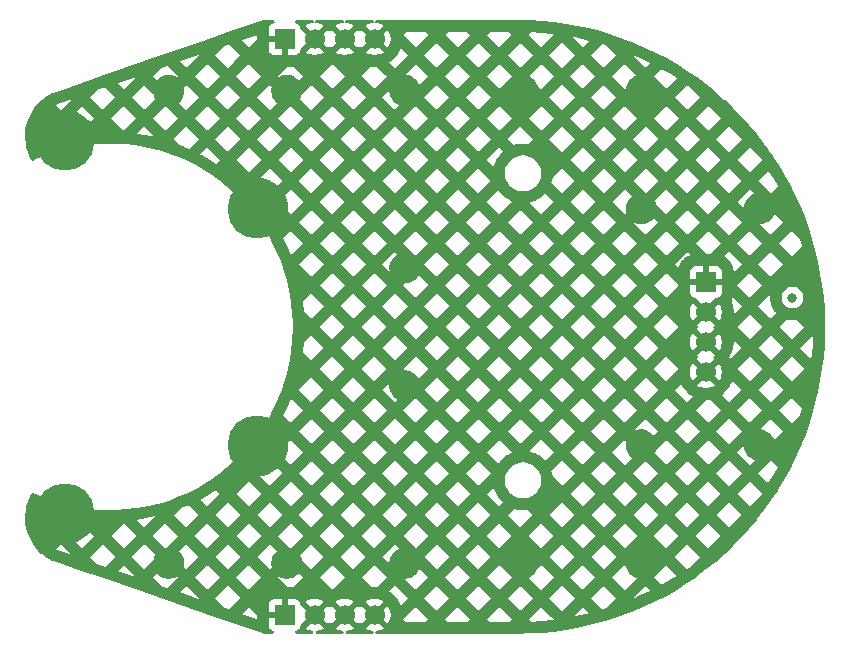
<source format=gbr>
G04 #@! TF.GenerationSoftware,KiCad,Pcbnew,9.0.2*
G04 #@! TF.CreationDate,2025-09-19T14:37:03-04:00*
G04 #@! TF.ProjectId,Trackball,54726163-6b62-4616-9c6c-2e6b69636164,rev?*
G04 #@! TF.SameCoordinates,Original*
G04 #@! TF.FileFunction,Copper,L2,Bot*
G04 #@! TF.FilePolarity,Positive*
%FSLAX46Y46*%
G04 Gerber Fmt 4.6, Leading zero omitted, Abs format (unit mm)*
G04 Created by KiCad (PCBNEW 9.0.2) date 2025-09-19 14:37:03*
%MOMM*%
%LPD*%
G01*
G04 APERTURE LIST*
G04 #@! TA.AperFunction,ComponentPad*
%ADD10C,5.000000*%
G04 #@! TD*
G04 #@! TA.AperFunction,ComponentPad*
%ADD11R,1.700000X1.700000*%
G04 #@! TD*
G04 #@! TA.AperFunction,ComponentPad*
%ADD12C,1.700000*%
G04 #@! TD*
G04 #@! TA.AperFunction,ViaPad*
%ADD13C,0.800000*%
G04 #@! TD*
G04 APERTURE END LIST*
D10*
X33650000Y-85850000D03*
X49900000Y-111600000D03*
X33650000Y-117350000D03*
X49900000Y-91600000D03*
D11*
X87876000Y-97790000D03*
D12*
X87876000Y-100330000D03*
X87876000Y-102870000D03*
X87876000Y-105410000D03*
D11*
X52208000Y-125984000D03*
D12*
X54748000Y-125984000D03*
X57288000Y-125984000D03*
X59828000Y-125984000D03*
D11*
X52208000Y-77216000D03*
D12*
X54748000Y-77216000D03*
X57288000Y-77216000D03*
X59828000Y-77216000D03*
D13*
X95207143Y-99111000D03*
X82400000Y-91600000D03*
X52400000Y-121600000D03*
X82400000Y-81600000D03*
X42400000Y-121600000D03*
X82400000Y-121600000D03*
X92400000Y-91600000D03*
X62400000Y-106600000D03*
X62400000Y-81600000D03*
X72400000Y-81600000D03*
X52400000Y-81600000D03*
X62400000Y-96600000D03*
X42400000Y-81600000D03*
X82400000Y-111600000D03*
X92400000Y-111600000D03*
X72400000Y-121600000D03*
X62400000Y-121600000D03*
G04 #@! TA.AperFunction,Conductor*
G36*
X51300807Y-75645185D02*
G01*
X51346562Y-75697989D01*
X51356506Y-75767147D01*
X51327481Y-75830703D01*
X51268703Y-75868477D01*
X51258157Y-75870574D01*
X51258168Y-75870620D01*
X51250620Y-75872403D01*
X51115913Y-75922645D01*
X51115906Y-75922649D01*
X51000812Y-76008809D01*
X51000809Y-76008812D01*
X50914649Y-76123906D01*
X50914645Y-76123913D01*
X50864403Y-76258620D01*
X50864401Y-76258627D01*
X50858000Y-76318155D01*
X50858000Y-76966000D01*
X51774988Y-76966000D01*
X51742075Y-77023007D01*
X51708000Y-77150174D01*
X51708000Y-77281826D01*
X51742075Y-77408993D01*
X51774988Y-77466000D01*
X50858000Y-77466000D01*
X50858000Y-78113844D01*
X50864401Y-78173372D01*
X50864403Y-78173379D01*
X50914645Y-78308086D01*
X50914649Y-78308093D01*
X51000809Y-78423187D01*
X51000812Y-78423190D01*
X51115906Y-78509350D01*
X51115913Y-78509354D01*
X51250620Y-78559596D01*
X51250627Y-78559598D01*
X51310155Y-78565999D01*
X51310172Y-78566000D01*
X51958000Y-78566000D01*
X51958000Y-77649012D01*
X52015007Y-77681925D01*
X52142174Y-77716000D01*
X52273826Y-77716000D01*
X52400993Y-77681925D01*
X52458000Y-77649012D01*
X52458000Y-78566000D01*
X53105828Y-78566000D01*
X53105844Y-78565999D01*
X53165372Y-78559598D01*
X53165379Y-78559596D01*
X53300086Y-78509354D01*
X53300093Y-78509350D01*
X53415187Y-78423190D01*
X53415190Y-78423187D01*
X53501350Y-78308093D01*
X53501354Y-78308086D01*
X53551598Y-78173375D01*
X53560501Y-78090556D01*
X53563550Y-78090883D01*
X53562642Y-78073984D01*
X53595642Y-78014802D01*
X54265037Y-77345408D01*
X54282075Y-77408993D01*
X54347901Y-77523007D01*
X54440993Y-77616099D01*
X54555007Y-77681925D01*
X54618590Y-77698962D01*
X53986282Y-78331269D01*
X53986282Y-78331270D01*
X54040449Y-78370624D01*
X54229782Y-78467095D01*
X54431870Y-78532757D01*
X54641754Y-78566000D01*
X54854246Y-78566000D01*
X55064127Y-78532757D01*
X55064130Y-78532757D01*
X55266217Y-78467095D01*
X55455554Y-78370622D01*
X55509716Y-78331270D01*
X55509717Y-78331270D01*
X54877408Y-77698962D01*
X54940993Y-77681925D01*
X55055007Y-77616099D01*
X55148099Y-77523007D01*
X55213925Y-77408993D01*
X55230962Y-77345408D01*
X55863270Y-77977717D01*
X55863270Y-77977716D01*
X55902622Y-77923554D01*
X55907514Y-77913954D01*
X55955488Y-77863157D01*
X56023308Y-77846361D01*
X56089444Y-77868897D01*
X56128486Y-77913954D01*
X56133375Y-77923550D01*
X56172728Y-77977716D01*
X56805037Y-77345408D01*
X56822075Y-77408993D01*
X56887901Y-77523007D01*
X56980993Y-77616099D01*
X57095007Y-77681925D01*
X57158590Y-77698962D01*
X56526282Y-78331269D01*
X56526282Y-78331270D01*
X56580449Y-78370624D01*
X56769782Y-78467095D01*
X56971870Y-78532757D01*
X57181754Y-78566000D01*
X57394246Y-78566000D01*
X57604127Y-78532757D01*
X57604130Y-78532757D01*
X57806217Y-78467095D01*
X57995554Y-78370622D01*
X58049716Y-78331270D01*
X58049717Y-78331270D01*
X57417408Y-77698962D01*
X57480993Y-77681925D01*
X57595007Y-77616099D01*
X57688099Y-77523007D01*
X57753925Y-77408993D01*
X57770962Y-77345409D01*
X58403270Y-77977717D01*
X58403270Y-77977716D01*
X58442622Y-77923554D01*
X58447514Y-77913954D01*
X58495488Y-77863157D01*
X58563308Y-77846361D01*
X58629444Y-77868897D01*
X58668486Y-77913954D01*
X58673375Y-77923550D01*
X58712728Y-77977716D01*
X59345037Y-77345408D01*
X59362075Y-77408993D01*
X59427901Y-77523007D01*
X59520993Y-77616099D01*
X59635007Y-77681925D01*
X59698590Y-77698962D01*
X59066282Y-78331269D01*
X59066282Y-78331270D01*
X59120449Y-78370624D01*
X59309782Y-78467095D01*
X59511870Y-78532757D01*
X59721754Y-78566000D01*
X59934246Y-78566000D01*
X60144127Y-78532757D01*
X60144130Y-78532757D01*
X60346217Y-78467095D01*
X60535554Y-78370622D01*
X60589716Y-78331270D01*
X60589717Y-78331270D01*
X59957408Y-77698962D01*
X60020993Y-77681925D01*
X60135007Y-77616099D01*
X60228099Y-77523007D01*
X60293925Y-77408993D01*
X60310962Y-77345408D01*
X60943270Y-77977717D01*
X60943270Y-77977716D01*
X60982622Y-77923554D01*
X61079095Y-77734217D01*
X61144757Y-77532130D01*
X61144757Y-77532127D01*
X61178000Y-77322246D01*
X61178000Y-77109753D01*
X61144757Y-76899872D01*
X61144757Y-76899869D01*
X61128526Y-76849916D01*
X62261766Y-76849916D01*
X63323841Y-77911991D01*
X64385916Y-76849916D01*
X65797300Y-76849916D01*
X66859375Y-77911991D01*
X67921450Y-76849916D01*
X69332834Y-76849916D01*
X70394909Y-77911991D01*
X71456984Y-76849916D01*
X71456983Y-76849915D01*
X72868367Y-76849915D01*
X73930443Y-77911991D01*
X74786410Y-77056024D01*
X76610010Y-77056024D01*
X77465976Y-77911990D01*
X78015271Y-77362696D01*
X77759907Y-77296919D01*
X76813265Y-77091864D01*
X76610010Y-77056024D01*
X74786410Y-77056024D01*
X74992518Y-76849916D01*
X74940800Y-76798198D01*
X74899617Y-76792573D01*
X73935438Y-76698790D01*
X73069905Y-76648377D01*
X72868367Y-76849915D01*
X71456983Y-76849915D01*
X71230568Y-76623500D01*
X69559250Y-76623500D01*
X69332834Y-76849916D01*
X67921450Y-76849916D01*
X67695034Y-76623500D01*
X66023716Y-76623500D01*
X65797300Y-76849916D01*
X64385916Y-76849916D01*
X64159500Y-76623500D01*
X62488182Y-76623500D01*
X62261766Y-76849916D01*
X61128526Y-76849916D01*
X61079095Y-76697782D01*
X60982624Y-76508449D01*
X60943270Y-76454282D01*
X60943269Y-76454282D01*
X60310962Y-77086590D01*
X60293925Y-77023007D01*
X60228099Y-76908993D01*
X60135007Y-76815901D01*
X60020993Y-76750075D01*
X59957409Y-76733037D01*
X60589716Y-76100728D01*
X60535550Y-76061375D01*
X60346217Y-75964904D01*
X60144129Y-75899242D01*
X59971958Y-75871973D01*
X59908823Y-75842044D01*
X59871892Y-75782732D01*
X59872890Y-75712870D01*
X59911500Y-75654637D01*
X59975463Y-75626523D01*
X59991356Y-75625500D01*
X71998781Y-75625500D01*
X72001185Y-75625523D01*
X72028543Y-75626053D01*
X73004810Y-75644988D01*
X73009553Y-75645172D01*
X74010413Y-75703466D01*
X74015197Y-75703837D01*
X75013085Y-75800899D01*
X75017852Y-75801457D01*
X76011182Y-75937134D01*
X76015896Y-75937872D01*
X77003249Y-76111968D01*
X77007953Y-76112892D01*
X77987808Y-76325142D01*
X77992425Y-76326236D01*
X78963338Y-76576327D01*
X78967904Y-76577598D01*
X79928447Y-76865165D01*
X79932941Y-76866607D01*
X80881508Y-77191169D01*
X80886027Y-77192813D01*
X81821311Y-77553918D01*
X81825763Y-77555737D01*
X82746317Y-77952825D01*
X82750695Y-77954815D01*
X83655184Y-78387311D01*
X83659481Y-78389470D01*
X83847567Y-78488543D01*
X84546480Y-78856692D01*
X84550669Y-78859003D01*
X85418948Y-79360303D01*
X85423034Y-79362770D01*
X86271204Y-79897350D01*
X86275163Y-79899953D01*
X87101985Y-80467033D01*
X87105887Y-80469822D01*
X87458542Y-80732364D01*
X87910063Y-81068509D01*
X87913860Y-81071452D01*
X88196719Y-81299600D01*
X88694211Y-81700866D01*
X88697895Y-81703957D01*
X89453282Y-82363181D01*
X89456807Y-82366380D01*
X90061370Y-82936756D01*
X90186045Y-83054381D01*
X90189478Y-83057748D01*
X90891485Y-83773502D01*
X90894785Y-83777000D01*
X91568488Y-84519412D01*
X91571651Y-84523035D01*
X92216093Y-85291052D01*
X92219112Y-85294795D01*
X92833290Y-86087222D01*
X92836161Y-86091080D01*
X93052991Y-86394442D01*
X93257706Y-86680854D01*
X93419111Y-86906671D01*
X93421827Y-86910630D01*
X93825061Y-87523718D01*
X93972752Y-87748271D01*
X93975316Y-87752339D01*
X94437752Y-88518592D01*
X94493342Y-88610703D01*
X94495738Y-88614854D01*
X94748549Y-89073031D01*
X94980086Y-89492653D01*
X94982327Y-89496908D01*
X95432261Y-90392799D01*
X95434336Y-90397137D01*
X95849207Y-91309833D01*
X95851112Y-91314249D01*
X96230281Y-92242346D01*
X96232013Y-92246832D01*
X96574898Y-93188900D01*
X96576455Y-93193451D01*
X96882568Y-94148152D01*
X96883947Y-94152759D01*
X97152797Y-95118563D01*
X97153997Y-95123220D01*
X97385203Y-96098759D01*
X97386221Y-96103459D01*
X97579425Y-97087217D01*
X97580260Y-97091953D01*
X97735172Y-98082456D01*
X97735823Y-98087220D01*
X97852214Y-99083009D01*
X97852679Y-99087796D01*
X97930367Y-100087309D01*
X97930647Y-100092110D01*
X97969523Y-101093923D01*
X97969616Y-101098731D01*
X97969616Y-102101268D01*
X97969523Y-102106076D01*
X97930647Y-103107889D01*
X97930367Y-103112690D01*
X97852679Y-104112203D01*
X97852214Y-104116990D01*
X97735823Y-105112779D01*
X97735172Y-105117543D01*
X97580260Y-106108046D01*
X97579425Y-106112782D01*
X97386221Y-107096540D01*
X97385203Y-107101240D01*
X97153997Y-108076779D01*
X97152797Y-108081436D01*
X96883947Y-109047240D01*
X96882568Y-109051847D01*
X96576455Y-110006548D01*
X96574898Y-110011099D01*
X96232013Y-110953167D01*
X96230281Y-110957653D01*
X95851112Y-111885750D01*
X95849207Y-111890166D01*
X95434336Y-112802862D01*
X95432261Y-112807200D01*
X94982327Y-113703091D01*
X94980086Y-113707346D01*
X94495746Y-114585131D01*
X94493342Y-114589296D01*
X93975316Y-115447660D01*
X93972752Y-115451728D01*
X93421832Y-116289362D01*
X93419111Y-116293328D01*
X92836161Y-117108919D01*
X92833290Y-117112777D01*
X92219112Y-117905204D01*
X92216093Y-117908947D01*
X91571651Y-118676964D01*
X91568488Y-118680587D01*
X90894785Y-119422999D01*
X90891485Y-119426497D01*
X90189478Y-120142251D01*
X90186045Y-120145618D01*
X89456825Y-120833602D01*
X89453264Y-120836834D01*
X88697895Y-121496042D01*
X88694211Y-121499133D01*
X87913864Y-122128544D01*
X87910063Y-122131490D01*
X87105898Y-122730169D01*
X87101985Y-122732966D01*
X86275192Y-123300026D01*
X86271174Y-123302668D01*
X85423049Y-123837220D01*
X85418932Y-123839705D01*
X84550680Y-124340990D01*
X84546469Y-124343313D01*
X83659481Y-124810529D01*
X83655184Y-124812688D01*
X82750695Y-125245184D01*
X82746317Y-125247174D01*
X81825763Y-125644262D01*
X81821311Y-125646081D01*
X80886027Y-126007186D01*
X80881508Y-126008830D01*
X79932984Y-126333378D01*
X79928405Y-126334847D01*
X78967937Y-126622392D01*
X78963304Y-126623681D01*
X77992456Y-126873755D01*
X77987776Y-126874864D01*
X77007960Y-127087105D01*
X77003241Y-127088032D01*
X76015915Y-127262124D01*
X76011164Y-127262867D01*
X75017857Y-127398541D01*
X75013081Y-127399100D01*
X74015203Y-127496161D01*
X74010408Y-127496533D01*
X73009585Y-127554825D01*
X73004780Y-127555012D01*
X72001213Y-127574476D01*
X71998750Y-127574499D01*
X60026640Y-127568902D01*
X59959610Y-127549186D01*
X59913880Y-127496361D01*
X59903968Y-127427198D01*
X59933023Y-127363655D01*
X59991819Y-127325909D01*
X60007300Y-127322429D01*
X60144127Y-127300757D01*
X60144130Y-127300757D01*
X60346217Y-127235095D01*
X60535554Y-127138622D01*
X60589716Y-127099270D01*
X60589717Y-127099270D01*
X59957408Y-126466962D01*
X60020993Y-126449925D01*
X60135007Y-126384099D01*
X60228099Y-126291007D01*
X60293925Y-126176993D01*
X60310962Y-126113408D01*
X60943270Y-126745717D01*
X60943270Y-126745716D01*
X60982622Y-126691554D01*
X61079095Y-126502217D01*
X61129401Y-126347390D01*
X62261766Y-126347390D01*
X62486427Y-126572051D01*
X64160471Y-126572833D01*
X64385914Y-126347390D01*
X65797300Y-126347390D01*
X66023614Y-126573704D01*
X67694353Y-126574485D01*
X67921448Y-126347390D01*
X69332834Y-126347390D01*
X69560802Y-126575358D01*
X71228235Y-126576137D01*
X71456982Y-126347390D01*
X72868368Y-126347390D01*
X73072449Y-126551471D01*
X73935439Y-126501207D01*
X74899605Y-126407425D01*
X74937682Y-126402224D01*
X74992517Y-126347389D01*
X74789677Y-126144549D01*
X76606742Y-126144549D01*
X76813266Y-126108133D01*
X77759900Y-125903080D01*
X78017411Y-125836749D01*
X77465976Y-125285314D01*
X76606742Y-126144549D01*
X74789677Y-126144549D01*
X73930443Y-125285315D01*
X72868368Y-126347390D01*
X71456982Y-126347390D01*
X71456983Y-126347389D01*
X70394909Y-125285315D01*
X69332834Y-126347390D01*
X67921448Y-126347390D01*
X67921449Y-126347389D01*
X66859375Y-125285315D01*
X65797300Y-126347390D01*
X64385914Y-126347390D01*
X64385915Y-126347389D01*
X63323841Y-125285315D01*
X62261766Y-126347390D01*
X61129401Y-126347390D01*
X61144757Y-126300130D01*
X61144757Y-126300127D01*
X61178000Y-126090246D01*
X61178000Y-125877753D01*
X61144757Y-125667872D01*
X61144757Y-125667869D01*
X61079095Y-125465782D01*
X60982624Y-125276449D01*
X60943270Y-125222282D01*
X60943269Y-125222282D01*
X60310962Y-125854590D01*
X60293925Y-125791007D01*
X60228099Y-125676993D01*
X60135007Y-125583901D01*
X60020993Y-125518075D01*
X59957409Y-125501037D01*
X60589716Y-124868728D01*
X60535550Y-124829375D01*
X60346217Y-124732904D01*
X60144129Y-124667242D01*
X59934246Y-124634000D01*
X59721754Y-124634000D01*
X59511872Y-124667242D01*
X59511869Y-124667242D01*
X59309782Y-124732904D01*
X59120439Y-124829380D01*
X59066282Y-124868727D01*
X59066282Y-124868728D01*
X59698591Y-125501037D01*
X59635007Y-125518075D01*
X59520993Y-125583901D01*
X59427901Y-125676993D01*
X59362075Y-125791007D01*
X59345037Y-125854591D01*
X58712728Y-125222282D01*
X58712727Y-125222282D01*
X58673380Y-125276440D01*
X58668483Y-125286051D01*
X58620506Y-125336845D01*
X58552684Y-125353638D01*
X58486550Y-125331098D01*
X58447516Y-125286048D01*
X58442626Y-125276452D01*
X58403270Y-125222282D01*
X58403269Y-125222282D01*
X57770962Y-125854590D01*
X57753925Y-125791007D01*
X57688099Y-125676993D01*
X57595007Y-125583901D01*
X57480993Y-125518075D01*
X57417409Y-125501037D01*
X58049716Y-124868728D01*
X57995550Y-124829375D01*
X57806217Y-124732904D01*
X57604129Y-124667242D01*
X57394246Y-124634000D01*
X57181754Y-124634000D01*
X56971872Y-124667242D01*
X56971869Y-124667242D01*
X56769782Y-124732904D01*
X56580439Y-124829380D01*
X56526282Y-124868727D01*
X56526282Y-124868728D01*
X57158591Y-125501037D01*
X57095007Y-125518075D01*
X56980993Y-125583901D01*
X56887901Y-125676993D01*
X56822075Y-125791007D01*
X56805037Y-125854591D01*
X56172728Y-125222282D01*
X56172727Y-125222282D01*
X56133380Y-125276440D01*
X56128483Y-125286051D01*
X56080506Y-125336845D01*
X56012684Y-125353638D01*
X55946550Y-125331098D01*
X55907516Y-125286048D01*
X55902626Y-125276452D01*
X55863270Y-125222282D01*
X55863269Y-125222282D01*
X55230962Y-125854590D01*
X55213925Y-125791007D01*
X55148099Y-125676993D01*
X55055007Y-125583901D01*
X54940993Y-125518075D01*
X54877409Y-125501037D01*
X55509716Y-124868728D01*
X55455550Y-124829375D01*
X55266217Y-124732904D01*
X55064129Y-124667242D01*
X54854246Y-124634000D01*
X54641754Y-124634000D01*
X54431872Y-124667242D01*
X54431869Y-124667242D01*
X54229782Y-124732904D01*
X54040439Y-124829380D01*
X53986282Y-124868727D01*
X53986282Y-124868728D01*
X54618591Y-125501037D01*
X54555007Y-125518075D01*
X54440993Y-125583901D01*
X54347901Y-125676993D01*
X54282075Y-125791007D01*
X54265037Y-125854591D01*
X53595642Y-125185196D01*
X53562157Y-125123873D01*
X53563077Y-125109166D01*
X53560501Y-125109444D01*
X53551596Y-125026619D01*
X53501354Y-124891913D01*
X53501350Y-124891906D01*
X53415190Y-124776812D01*
X53415187Y-124776809D01*
X53300093Y-124690649D01*
X53300086Y-124690645D01*
X53165379Y-124640403D01*
X53165372Y-124640401D01*
X53105844Y-124634000D01*
X52458000Y-124634000D01*
X52458000Y-125550988D01*
X52400993Y-125518075D01*
X52273826Y-125484000D01*
X52142174Y-125484000D01*
X52015007Y-125518075D01*
X51958000Y-125550988D01*
X51958000Y-124634000D01*
X51310155Y-124634000D01*
X51250627Y-124640401D01*
X51250620Y-124640403D01*
X51115913Y-124690645D01*
X51115906Y-124690649D01*
X51000812Y-124776809D01*
X51000809Y-124776812D01*
X50914649Y-124891906D01*
X50914645Y-124891913D01*
X50864403Y-125026620D01*
X50864401Y-125026627D01*
X50858000Y-125086155D01*
X50858000Y-125734000D01*
X51774988Y-125734000D01*
X51742075Y-125791007D01*
X51708000Y-125918174D01*
X51708000Y-126049826D01*
X51742075Y-126176993D01*
X51774988Y-126234000D01*
X50858000Y-126234000D01*
X50858000Y-126881844D01*
X50864401Y-126941372D01*
X50864403Y-126941379D01*
X50914645Y-127076086D01*
X50914649Y-127076093D01*
X51000809Y-127191187D01*
X51000812Y-127191190D01*
X51115906Y-127277350D01*
X51115913Y-127277354D01*
X51242567Y-127324593D01*
X51298501Y-127366464D01*
X51322918Y-127431928D01*
X51308066Y-127500201D01*
X51258661Y-127549607D01*
X51199176Y-127564775D01*
X50428074Y-127564414D01*
X50387680Y-127557630D01*
X45527478Y-125880332D01*
X48586687Y-125880332D01*
X49860000Y-126319764D01*
X49860000Y-126033454D01*
X49869439Y-125986002D01*
X49870268Y-125984000D01*
X49869439Y-125981998D01*
X49867216Y-125970825D01*
X49181705Y-125285314D01*
X48586687Y-125880332D01*
X45527478Y-125880332D01*
X40270604Y-124066139D01*
X43329813Y-124066139D01*
X44908979Y-124611123D01*
X44940478Y-124579623D01*
X46351864Y-124579623D01*
X47160322Y-125388081D01*
X47537415Y-125518220D01*
X48476013Y-124579623D01*
X47889497Y-123993107D01*
X61080514Y-123993107D01*
X61102316Y-124007676D01*
X61106308Y-124010458D01*
X61355697Y-124191647D01*
X61391001Y-124231376D01*
X61459072Y-124352924D01*
X61580622Y-124420997D01*
X61620351Y-124456301D01*
X61801541Y-124705691D01*
X61804322Y-124709682D01*
X61820678Y-124734159D01*
X61823303Y-124738260D01*
X61843785Y-124771681D01*
X61846248Y-124775883D01*
X61860648Y-124801595D01*
X61862944Y-124805890D01*
X61977214Y-125030154D01*
X61979340Y-125034537D01*
X61991669Y-125061281D01*
X61993619Y-125065739D01*
X62008621Y-125101955D01*
X62010396Y-125106491D01*
X62020595Y-125134136D01*
X62022191Y-125138737D01*
X62031226Y-125166544D01*
X62618147Y-124579623D01*
X64029533Y-124579623D01*
X65091608Y-125641698D01*
X66153682Y-124579623D01*
X67565067Y-124579623D01*
X68627142Y-125641698D01*
X69689216Y-124579623D01*
X71100601Y-124579623D01*
X72162676Y-125641698D01*
X73224750Y-124579623D01*
X74636135Y-124579623D01*
X75698210Y-125641698D01*
X76760284Y-124579623D01*
X78171669Y-124579623D01*
X79125499Y-125533453D01*
X79434493Y-125440947D01*
X80295817Y-124579623D01*
X81707203Y-124579623D01*
X81727385Y-124599805D01*
X82335459Y-124337508D01*
X83183658Y-123931929D01*
X82769277Y-123517548D01*
X81707203Y-124579623D01*
X80295817Y-124579623D01*
X80295818Y-124579622D01*
X79233744Y-123517548D01*
X78171669Y-124579623D01*
X76760284Y-124579623D01*
X75698210Y-123517548D01*
X74636135Y-124579623D01*
X73224750Y-124579623D01*
X72162676Y-123517548D01*
X71100601Y-124579623D01*
X69689216Y-124579623D01*
X68627142Y-123517548D01*
X67565067Y-124579623D01*
X66153682Y-124579623D01*
X65091608Y-123517548D01*
X64029533Y-124579623D01*
X62618147Y-124579623D01*
X62618148Y-124579622D01*
X61556073Y-123517548D01*
X61080514Y-123993107D01*
X47889497Y-123993107D01*
X47413938Y-123517548D01*
X46351864Y-124579623D01*
X44940478Y-124579623D01*
X44940479Y-124579622D01*
X43878404Y-123517548D01*
X43329813Y-124066139D01*
X40270604Y-124066139D01*
X36636143Y-122811855D01*
X41048562Y-122811855D01*
X41761665Y-123524958D01*
X42280540Y-123704027D01*
X43172711Y-122811856D01*
X44584097Y-122811856D01*
X45646172Y-123873931D01*
X46708246Y-122811856D01*
X48119631Y-122811856D01*
X49181705Y-123873930D01*
X50243780Y-122811856D01*
X50243779Y-122811855D01*
X51655164Y-122811855D01*
X52479308Y-123636000D01*
X52955170Y-123636000D01*
X53779314Y-122811856D01*
X55190698Y-122811856D01*
X56252772Y-123873930D01*
X57314846Y-122811856D01*
X58726232Y-122811856D01*
X59563069Y-123648693D01*
X59584980Y-123645223D01*
X59589804Y-123644555D01*
X59619038Y-123641095D01*
X59623875Y-123640619D01*
X59662954Y-123637541D01*
X59667819Y-123637254D01*
X59697271Y-123636096D01*
X59702143Y-123636000D01*
X59953857Y-123636000D01*
X59958729Y-123636096D01*
X59988181Y-123637254D01*
X59993046Y-123637541D01*
X60022385Y-123639851D01*
X60738236Y-122924000D01*
X62373910Y-122924000D01*
X63323841Y-123873931D01*
X64385915Y-122811856D01*
X65797300Y-122811856D01*
X66859375Y-123873931D01*
X67921449Y-122811856D01*
X69332834Y-122811856D01*
X70394909Y-123873931D01*
X71435776Y-122833063D01*
X72889575Y-122833063D01*
X73930443Y-123873931D01*
X74992517Y-122811856D01*
X76403902Y-122811856D01*
X77465977Y-123873931D01*
X78528051Y-122811856D01*
X79939436Y-122811856D01*
X81001511Y-123873931D01*
X82010018Y-122865423D01*
X81901042Y-122830015D01*
X81883065Y-122822569D01*
X81862040Y-122811856D01*
X83474970Y-122811856D01*
X84107552Y-123444438D01*
X84905258Y-122983883D01*
X85436387Y-122649124D01*
X84537044Y-121749781D01*
X83474970Y-122811856D01*
X81862040Y-122811856D01*
X81714768Y-122736817D01*
X81698178Y-122726650D01*
X81545367Y-122615627D01*
X81530571Y-122602990D01*
X81397010Y-122469429D01*
X81384373Y-122454633D01*
X81273350Y-122301822D01*
X81263183Y-122285232D01*
X81177431Y-122116935D01*
X81169985Y-122098958D01*
X81111617Y-121919319D01*
X81107075Y-121900400D01*
X81098595Y-121846866D01*
X81001510Y-121749781D01*
X79939436Y-122811856D01*
X78528051Y-122811856D01*
X77465977Y-121749781D01*
X76403902Y-122811856D01*
X74992517Y-122811856D01*
X73930442Y-121749781D01*
X73653476Y-122026746D01*
X73630015Y-122098957D01*
X73622569Y-122116935D01*
X73536817Y-122285232D01*
X73526650Y-122301822D01*
X73415627Y-122454633D01*
X73402990Y-122469429D01*
X73269429Y-122602990D01*
X73254633Y-122615627D01*
X73101822Y-122726650D01*
X73085232Y-122736817D01*
X72916935Y-122822569D01*
X72898958Y-122830015D01*
X72889575Y-122833063D01*
X71435776Y-122833063D01*
X71456983Y-122811856D01*
X70394909Y-121749781D01*
X69332834Y-122811856D01*
X67921449Y-122811856D01*
X66859375Y-121749781D01*
X65797300Y-122811856D01*
X64385915Y-122811856D01*
X63640560Y-122066501D01*
X63630015Y-122098958D01*
X63622569Y-122116935D01*
X63536817Y-122285232D01*
X63526650Y-122301822D01*
X63415627Y-122454633D01*
X63402990Y-122469429D01*
X63269429Y-122602990D01*
X63254633Y-122615627D01*
X63101822Y-122726650D01*
X63085232Y-122736817D01*
X62916935Y-122822569D01*
X62898958Y-122830015D01*
X62719319Y-122888383D01*
X62700399Y-122892925D01*
X62513840Y-122922473D01*
X62494442Y-122924000D01*
X62373910Y-122924000D01*
X60738236Y-122924000D01*
X60850381Y-122811855D01*
X59788307Y-121749781D01*
X58726232Y-122811856D01*
X57314846Y-122811856D01*
X57314847Y-122811855D01*
X56252773Y-121749781D01*
X55190698Y-122811856D01*
X53779314Y-122811856D01*
X53418347Y-122450889D01*
X53415628Y-122454633D01*
X53402990Y-122469429D01*
X53269429Y-122602990D01*
X53254633Y-122615627D01*
X53101822Y-122726650D01*
X53085232Y-122736817D01*
X52916935Y-122822569D01*
X52898958Y-122830015D01*
X52719319Y-122888383D01*
X52700399Y-122892925D01*
X52513840Y-122922473D01*
X52494442Y-122924000D01*
X52305558Y-122924000D01*
X52286160Y-122922473D01*
X52099601Y-122892925D01*
X52080681Y-122888383D01*
X51901042Y-122830015D01*
X51883065Y-122822569D01*
X51724993Y-122742027D01*
X51655164Y-122811855D01*
X50243779Y-122811855D01*
X49181705Y-121749781D01*
X48119631Y-122811856D01*
X46708246Y-122811856D01*
X45646172Y-121749781D01*
X44584097Y-122811856D01*
X43172711Y-122811856D01*
X43172712Y-122811855D01*
X43092946Y-122732089D01*
X43085232Y-122736817D01*
X42916935Y-122822569D01*
X42898958Y-122830015D01*
X42719319Y-122888383D01*
X42700399Y-122892925D01*
X42513840Y-122922473D01*
X42494442Y-122924000D01*
X42305558Y-122924000D01*
X42286160Y-122922473D01*
X42099601Y-122892925D01*
X42080681Y-122888383D01*
X41901042Y-122830015D01*
X41883065Y-122822569D01*
X41714768Y-122736817D01*
X41698178Y-122726650D01*
X41545367Y-122615627D01*
X41530571Y-122602990D01*
X41397010Y-122469429D01*
X41394236Y-122466181D01*
X41048562Y-122811855D01*
X36636143Y-122811855D01*
X35013729Y-122251946D01*
X38072938Y-122251946D01*
X39606522Y-122781199D01*
X38575103Y-121749781D01*
X38072938Y-122251946D01*
X35013729Y-122251946D01*
X32908760Y-121525503D01*
X32903352Y-121523495D01*
X32567870Y-121389951D01*
X32557363Y-121385191D01*
X32238310Y-121222361D01*
X32228289Y-121216644D01*
X31956071Y-121044089D01*
X35745262Y-121044089D01*
X36363007Y-121661834D01*
X37023666Y-121889833D01*
X37869410Y-121044089D01*
X39280796Y-121044089D01*
X40342870Y-122106163D01*
X41099102Y-121349931D01*
X41107075Y-121299600D01*
X41111617Y-121280681D01*
X41169985Y-121101042D01*
X41177431Y-121083065D01*
X41263183Y-120914768D01*
X41267910Y-120907053D01*
X40955093Y-120594236D01*
X43266181Y-120594236D01*
X43269429Y-120597010D01*
X43402990Y-120730571D01*
X43415627Y-120745367D01*
X43526650Y-120898178D01*
X43536817Y-120914768D01*
X43622569Y-121083065D01*
X43630015Y-121101042D01*
X43688383Y-121280681D01*
X43692925Y-121299601D01*
X43722473Y-121486160D01*
X43724000Y-121505558D01*
X43724000Y-121694442D01*
X43722473Y-121713840D01*
X43692925Y-121900399D01*
X43688997Y-121916756D01*
X43878405Y-122106164D01*
X44940479Y-121044089D01*
X46351864Y-121044089D01*
X47413938Y-122106163D01*
X48476013Y-121044089D01*
X49887397Y-121044089D01*
X50949471Y-122106163D01*
X51117674Y-121937961D01*
X51111617Y-121919319D01*
X51107075Y-121900399D01*
X51077527Y-121713840D01*
X51076000Y-121694442D01*
X51076000Y-121505558D01*
X51077527Y-121486160D01*
X51107075Y-121299601D01*
X51111617Y-121280681D01*
X51169985Y-121101042D01*
X51177431Y-121083065D01*
X51257973Y-120924993D01*
X53542026Y-120924993D01*
X53622569Y-121083065D01*
X53630015Y-121101042D01*
X53688383Y-121280681D01*
X53692926Y-121299603D01*
X53695650Y-121316808D01*
X54485006Y-122106164D01*
X55547080Y-121044089D01*
X56958465Y-121044089D01*
X58020540Y-122106164D01*
X59082614Y-121044089D01*
X60493999Y-121044089D01*
X61076000Y-121626090D01*
X61076000Y-121505558D01*
X61077527Y-121486160D01*
X61107075Y-121299601D01*
X61111617Y-121280681D01*
X61169985Y-121101042D01*
X61177431Y-121083065D01*
X61197290Y-121044089D01*
X64029533Y-121044089D01*
X65091608Y-122106164D01*
X66153682Y-121044089D01*
X67565067Y-121044089D01*
X68627142Y-122106164D01*
X69689216Y-121044089D01*
X74636135Y-121044089D01*
X75698210Y-122106164D01*
X76760284Y-121044089D01*
X78171669Y-121044089D01*
X79233744Y-122106164D01*
X80295818Y-121044089D01*
X85242737Y-121044089D01*
X86283084Y-122084436D01*
X86421407Y-121989567D01*
X87366886Y-121044089D01*
X86304811Y-119982014D01*
X85242737Y-121044089D01*
X80295818Y-121044089D01*
X79233744Y-119982014D01*
X78171669Y-121044089D01*
X76760284Y-121044089D01*
X75698210Y-119982014D01*
X74636135Y-121044089D01*
X69689216Y-121044089D01*
X68627142Y-119982014D01*
X67565067Y-121044089D01*
X66153682Y-121044089D01*
X65091608Y-119982014D01*
X64029533Y-121044089D01*
X61197290Y-121044089D01*
X61263183Y-120914768D01*
X61273350Y-120898178D01*
X61384373Y-120745367D01*
X61397010Y-120730571D01*
X61530571Y-120597010D01*
X61545367Y-120584373D01*
X61698178Y-120473350D01*
X61714768Y-120463183D01*
X61883065Y-120377431D01*
X61901042Y-120369985D01*
X61933498Y-120359439D01*
X61556073Y-119982014D01*
X60493999Y-121044089D01*
X59082614Y-121044089D01*
X58020540Y-119982014D01*
X56958465Y-121044089D01*
X55547080Y-121044089D01*
X54485005Y-119982014D01*
X53542026Y-120924993D01*
X51257973Y-120924993D01*
X51263183Y-120914768D01*
X51273350Y-120898178D01*
X51384373Y-120745367D01*
X51397010Y-120730571D01*
X51530571Y-120597010D01*
X51545366Y-120584373D01*
X51549110Y-120581652D01*
X50949472Y-119982014D01*
X49887397Y-121044089D01*
X48476013Y-121044089D01*
X47413938Y-119982014D01*
X46351864Y-121044089D01*
X44940479Y-121044089D01*
X43878404Y-119982014D01*
X43266181Y-120594236D01*
X40955093Y-120594236D01*
X40342871Y-119982014D01*
X39280796Y-121044089D01*
X37869410Y-121044089D01*
X37869411Y-121044088D01*
X36807337Y-119982014D01*
X35745262Y-121044089D01*
X31956071Y-121044089D01*
X31925759Y-121024875D01*
X31916314Y-121018253D01*
X31632914Y-120799200D01*
X31624125Y-120791729D01*
X31362296Y-120547279D01*
X31354240Y-120539023D01*
X31240096Y-120410612D01*
X32843203Y-120410612D01*
X32974786Y-120477766D01*
X33253566Y-120588739D01*
X34207865Y-120918076D01*
X33271802Y-119982014D01*
X32843203Y-120410612D01*
X31240096Y-120410612D01*
X31116273Y-120271313D01*
X31109019Y-120262344D01*
X30896951Y-119973670D01*
X30890565Y-119964072D01*
X30806399Y-119823828D01*
X34525001Y-119823828D01*
X35039570Y-120338397D01*
X36101644Y-119276322D01*
X37513029Y-119276322D01*
X38575104Y-120338397D01*
X39637177Y-119276323D01*
X41048563Y-119276323D01*
X42083242Y-120311002D01*
X42099600Y-120307075D01*
X42149931Y-120299102D01*
X43172712Y-119276322D01*
X44584097Y-119276322D01*
X45646172Y-120338397D01*
X46708246Y-119276322D01*
X48119631Y-119276322D01*
X49181705Y-120338397D01*
X50243780Y-119276322D01*
X51655164Y-119276322D01*
X52683191Y-120304349D01*
X52700400Y-120307075D01*
X52719319Y-120311617D01*
X52737961Y-120317674D01*
X53779313Y-119276322D01*
X55190698Y-119276322D01*
X56252773Y-120338397D01*
X57314847Y-119276322D01*
X58726232Y-119276322D01*
X59788307Y-120338397D01*
X60850381Y-119276322D01*
X62261766Y-119276322D01*
X63323841Y-120338397D01*
X64385915Y-119276322D01*
X65797300Y-119276322D01*
X66859375Y-120338397D01*
X67921449Y-119276322D01*
X69332834Y-119276322D01*
X70394909Y-120338397D01*
X71456983Y-119276322D01*
X72868368Y-119276322D01*
X73930443Y-120338397D01*
X74992517Y-119276322D01*
X76403902Y-119276322D01*
X77465977Y-120338397D01*
X78528051Y-119276322D01*
X79939436Y-119276322D01*
X81001511Y-120338397D01*
X82063585Y-119276322D01*
X83474970Y-119276322D01*
X84537044Y-120338397D01*
X85599119Y-119276322D01*
X87010504Y-119276322D01*
X88072578Y-120338397D01*
X89134653Y-119276322D01*
X88072578Y-118214248D01*
X87010504Y-119276322D01*
X85599119Y-119276322D01*
X84537044Y-118214248D01*
X83474970Y-119276322D01*
X82063585Y-119276322D01*
X81001511Y-118214248D01*
X79939436Y-119276322D01*
X78528051Y-119276322D01*
X77465977Y-118214248D01*
X76403902Y-119276322D01*
X74992517Y-119276322D01*
X73930443Y-118214248D01*
X72868368Y-119276322D01*
X71456983Y-119276322D01*
X70394909Y-118214248D01*
X69332834Y-119276322D01*
X67921449Y-119276322D01*
X66859375Y-118214248D01*
X65797300Y-119276322D01*
X64385915Y-119276322D01*
X63323841Y-118214248D01*
X62261766Y-119276322D01*
X60850381Y-119276322D01*
X59788307Y-118214248D01*
X58726232Y-119276322D01*
X57314847Y-119276322D01*
X56252773Y-118214248D01*
X55190698Y-119276322D01*
X53779313Y-119276322D01*
X52717239Y-118214248D01*
X51655164Y-119276322D01*
X50243780Y-119276322D01*
X49181705Y-118214248D01*
X48119631Y-119276322D01*
X46708246Y-119276322D01*
X45646172Y-118214248D01*
X44584097Y-119276322D01*
X43172712Y-119276322D01*
X42110638Y-118214248D01*
X41048563Y-119276323D01*
X39637177Y-119276323D01*
X39637178Y-119276322D01*
X38575104Y-118214248D01*
X37513029Y-119276322D01*
X36101644Y-119276322D01*
X35750255Y-118924933D01*
X35613989Y-119095804D01*
X35604723Y-119106172D01*
X35406172Y-119304723D01*
X35395804Y-119313989D01*
X35176271Y-119489062D01*
X35164930Y-119497109D01*
X34927175Y-119646500D01*
X34915005Y-119653226D01*
X34662018Y-119775058D01*
X34649170Y-119780380D01*
X34525001Y-119823828D01*
X30806399Y-119823828D01*
X30706234Y-119656927D01*
X30700774Y-119646788D01*
X30545782Y-119323840D01*
X30541289Y-119313240D01*
X30416984Y-118977298D01*
X30413489Y-118966308D01*
X30320941Y-118620274D01*
X30318482Y-118609004D01*
X30258489Y-118255857D01*
X30257089Y-118244406D01*
X30254816Y-118214248D01*
X30234317Y-117942205D01*
X39714445Y-117942205D01*
X40342870Y-118570630D01*
X41267210Y-117646291D01*
X40498837Y-117812597D01*
X40495760Y-117813222D01*
X40474173Y-117817325D01*
X40471126Y-117817865D01*
X39714445Y-117942205D01*
X30234317Y-117942205D01*
X30230175Y-117887237D01*
X30229844Y-117875707D01*
X30236237Y-117517551D01*
X30236816Y-117508555D01*
X42816329Y-117508555D01*
X43878405Y-118570630D01*
X44940479Y-117508555D01*
X46351864Y-117508555D01*
X47413938Y-118570630D01*
X48476013Y-117508555D01*
X49887397Y-117508555D01*
X50949472Y-118570630D01*
X52011546Y-117508555D01*
X53422931Y-117508555D01*
X54485006Y-118570630D01*
X55547080Y-117508555D01*
X56958465Y-117508555D01*
X58020540Y-118570630D01*
X59082614Y-117508555D01*
X60493999Y-117508555D01*
X61556074Y-118570630D01*
X62618148Y-117508555D01*
X64029533Y-117508555D01*
X65091608Y-118570630D01*
X66153682Y-117508555D01*
X67565067Y-117508555D01*
X68627142Y-118570630D01*
X69689216Y-117508555D01*
X71100600Y-117508555D01*
X72162676Y-118570630D01*
X73224750Y-117508555D01*
X74636135Y-117508555D01*
X75698210Y-118570630D01*
X76760284Y-117508555D01*
X78171669Y-117508555D01*
X79233744Y-118570630D01*
X80295818Y-117508555D01*
X81707203Y-117508555D01*
X82769278Y-118570630D01*
X83831352Y-117508555D01*
X85242737Y-117508555D01*
X86304811Y-118570630D01*
X87366886Y-117508555D01*
X88778270Y-117508555D01*
X89840345Y-118570630D01*
X90902419Y-117508555D01*
X89840345Y-116446481D01*
X88778270Y-117508555D01*
X87366886Y-117508555D01*
X86304811Y-116446481D01*
X85242737Y-117508555D01*
X83831352Y-117508555D01*
X82769278Y-116446481D01*
X81707203Y-117508555D01*
X80295818Y-117508555D01*
X79233744Y-116446481D01*
X78171669Y-117508555D01*
X76760284Y-117508555D01*
X75698210Y-116446481D01*
X74636135Y-117508555D01*
X73224750Y-117508555D01*
X72806729Y-117090534D01*
X72656831Y-117114277D01*
X72652012Y-117114944D01*
X72622779Y-117118405D01*
X72617933Y-117118882D01*
X72578854Y-117121959D01*
X72573993Y-117122246D01*
X72544541Y-117123404D01*
X72539669Y-117123500D01*
X72260331Y-117123500D01*
X72255459Y-117123404D01*
X72226007Y-117122246D01*
X72221146Y-117121959D01*
X72182067Y-117118882D01*
X72177221Y-117118405D01*
X72147988Y-117114944D01*
X72143169Y-117114277D01*
X71867312Y-117070586D01*
X71862520Y-117069731D01*
X71833656Y-117063990D01*
X71828909Y-117062948D01*
X71790791Y-117053800D01*
X71786072Y-117052569D01*
X71757693Y-117044566D01*
X71753030Y-117043152D01*
X71611870Y-116997285D01*
X71100600Y-117508555D01*
X69689216Y-117508555D01*
X68627142Y-116446481D01*
X67565067Y-117508555D01*
X66153682Y-117508555D01*
X65091608Y-116446481D01*
X64029533Y-117508555D01*
X62618148Y-117508555D01*
X61556074Y-116446481D01*
X60493999Y-117508555D01*
X59082614Y-117508555D01*
X58020540Y-116446481D01*
X56958465Y-117508555D01*
X55547080Y-117508555D01*
X54485006Y-116446481D01*
X53422931Y-117508555D01*
X52011546Y-117508555D01*
X50949472Y-116446481D01*
X49887397Y-117508555D01*
X48476013Y-117508555D01*
X47413938Y-116446481D01*
X46351864Y-117508555D01*
X44940479Y-117508555D01*
X44108232Y-116676308D01*
X43675410Y-116866636D01*
X43672554Y-116867850D01*
X43652224Y-116876189D01*
X43649312Y-116877341D01*
X43323367Y-117001517D01*
X42816329Y-117508555D01*
X30236816Y-117508555D01*
X30236976Y-117506078D01*
X30276626Y-117150054D01*
X30278435Y-117138668D01*
X30281573Y-117123500D01*
X30350993Y-116787893D01*
X30353845Y-116776746D01*
X30458695Y-116434203D01*
X30462569Y-116423373D01*
X30599789Y-116089641D01*
X30602092Y-116084392D01*
X30602525Y-116083464D01*
X30602528Y-116083457D01*
X30626872Y-116031291D01*
X30759643Y-115746782D01*
X30805829Y-115694360D01*
X30873028Y-115675227D01*
X30924879Y-115687060D01*
X31141764Y-115789305D01*
X31862857Y-116085922D01*
X32597947Y-116345920D01*
X33345175Y-116568643D01*
X34102654Y-116753527D01*
X34102664Y-116753529D01*
X34527499Y-116834843D01*
X34868468Y-116900105D01*
X35640681Y-117008007D01*
X36417342Y-117076959D01*
X37196486Y-117106788D01*
X37976145Y-117097417D01*
X38754348Y-117048871D01*
X39529127Y-116961273D01*
X40298524Y-116834843D01*
X41060594Y-116669902D01*
X41813410Y-116466866D01*
X42555070Y-116226248D01*
X42576798Y-116217970D01*
X45061279Y-116217970D01*
X45646172Y-116802863D01*
X46708246Y-115740788D01*
X48119631Y-115740788D01*
X49181705Y-116802863D01*
X50243780Y-115740788D01*
X51655164Y-115740788D01*
X52717239Y-116802863D01*
X53779313Y-115740788D01*
X55190698Y-115740788D01*
X56252773Y-116802863D01*
X57314847Y-115740788D01*
X58726232Y-115740788D01*
X59788307Y-116802863D01*
X60850381Y-115740788D01*
X62261766Y-115740788D01*
X63323841Y-116802863D01*
X64385915Y-115740788D01*
X65797300Y-115740788D01*
X66859375Y-116802863D01*
X67921449Y-115740788D01*
X69332833Y-115740788D01*
X70394908Y-116802863D01*
X70714505Y-116483266D01*
X70714370Y-116483136D01*
X70516864Y-116285630D01*
X70513490Y-116282121D01*
X70493497Y-116260493D01*
X70490262Y-116256853D01*
X70464804Y-116227046D01*
X70461714Y-116223281D01*
X70443476Y-116200146D01*
X70440538Y-116196265D01*
X70276355Y-115970288D01*
X70273571Y-115966294D01*
X70257203Y-115941798D01*
X70254576Y-115937693D01*
X70234095Y-115904269D01*
X70231635Y-115900071D01*
X70217245Y-115874376D01*
X70214949Y-115870082D01*
X70088135Y-115621198D01*
X70086009Y-115616814D01*
X70073666Y-115590038D01*
X70071712Y-115585570D01*
X70056714Y-115549353D01*
X70054942Y-115544825D01*
X70044757Y-115517215D01*
X70043163Y-115512618D01*
X69956848Y-115246969D01*
X69955434Y-115242307D01*
X69947431Y-115213928D01*
X69946200Y-115209209D01*
X69937052Y-115171091D01*
X69936010Y-115166344D01*
X69931243Y-115142378D01*
X69332833Y-115740788D01*
X67921449Y-115740788D01*
X66859375Y-114678714D01*
X65797300Y-115740788D01*
X64385915Y-115740788D01*
X63323841Y-114678714D01*
X62261766Y-115740788D01*
X60850381Y-115740788D01*
X59788307Y-114678714D01*
X58726232Y-115740788D01*
X57314847Y-115740788D01*
X56252773Y-114678714D01*
X55190698Y-115740788D01*
X53779313Y-115740788D01*
X52717239Y-114678714D01*
X51655164Y-115740788D01*
X50243780Y-115740788D01*
X49181705Y-114678714D01*
X48119631Y-115740788D01*
X46708246Y-115740788D01*
X46399743Y-115432285D01*
X45898362Y-115750224D01*
X45895709Y-115751860D01*
X45876861Y-115763158D01*
X45874166Y-115764727D01*
X45176450Y-116159455D01*
X45173739Y-116160945D01*
X45154349Y-116171285D01*
X45151558Y-116172728D01*
X45061279Y-116217970D01*
X42576798Y-116217970D01*
X43283698Y-115948657D01*
X43997454Y-115634795D01*
X44694532Y-115285455D01*
X45137063Y-115035096D01*
X45373134Y-114901541D01*
X45373148Y-114901532D01*
X45373170Y-114901520D01*
X46031653Y-114483961D01*
X46412379Y-114214783D01*
X50129159Y-114214783D01*
X50949472Y-115035096D01*
X52011547Y-113973022D01*
X53422931Y-113973022D01*
X54485006Y-115035096D01*
X55547081Y-113973022D01*
X56958465Y-113973022D01*
X58020540Y-115035097D01*
X59082615Y-113973022D01*
X60493999Y-113973022D01*
X61556074Y-115035097D01*
X62618149Y-113973022D01*
X64029533Y-113973022D01*
X65091608Y-115035097D01*
X66153683Y-113973022D01*
X67565067Y-113973022D01*
X68627142Y-115035097D01*
X69182298Y-114479941D01*
X70874500Y-114479941D01*
X70874500Y-114720058D01*
X70912063Y-114957222D01*
X70986265Y-115185593D01*
X71095276Y-115399536D01*
X71236414Y-115593796D01*
X71406204Y-115763586D01*
X71600464Y-115904724D01*
X71686681Y-115948654D01*
X71814406Y-116013734D01*
X71814408Y-116013734D01*
X71814411Y-116013736D01*
X72042778Y-116087937D01*
X72279941Y-116125500D01*
X72279942Y-116125500D01*
X72520058Y-116125500D01*
X72520059Y-116125500D01*
X72757222Y-116087937D01*
X72985589Y-116013736D01*
X73199536Y-115904724D01*
X73393796Y-115763586D01*
X73416594Y-115740788D01*
X76403902Y-115740788D01*
X77465977Y-116802863D01*
X78528051Y-115740788D01*
X79939436Y-115740788D01*
X81001511Y-116802863D01*
X82063585Y-115740788D01*
X83474970Y-115740788D01*
X84537044Y-116802863D01*
X85599119Y-115740788D01*
X87010504Y-115740788D01*
X88072578Y-116802863D01*
X89134653Y-115740788D01*
X90546037Y-115740788D01*
X91608112Y-116802863D01*
X92379683Y-116031291D01*
X92597329Y-115726789D01*
X92620681Y-115691283D01*
X91608112Y-114678714D01*
X90546037Y-115740788D01*
X89134653Y-115740788D01*
X88072578Y-114678714D01*
X87010504Y-115740788D01*
X85599119Y-115740788D01*
X84537044Y-114678714D01*
X83474970Y-115740788D01*
X82063585Y-115740788D01*
X81001511Y-114678714D01*
X79939436Y-115740788D01*
X78528051Y-115740788D01*
X77465977Y-114678714D01*
X76403902Y-115740788D01*
X73416594Y-115740788D01*
X73563586Y-115593796D01*
X73704724Y-115399536D01*
X73813736Y-115185589D01*
X73887937Y-114957222D01*
X73925500Y-114720059D01*
X73925500Y-114479941D01*
X73887937Y-114242778D01*
X73813736Y-114014411D01*
X73813734Y-114014408D01*
X73813734Y-114014406D01*
X73719557Y-113829576D01*
X73710536Y-113811870D01*
X74797285Y-113811870D01*
X74843152Y-113953030D01*
X74844566Y-113957693D01*
X74852569Y-113986072D01*
X74853800Y-113990791D01*
X74862948Y-114028909D01*
X74863990Y-114033656D01*
X74869731Y-114062520D01*
X74870586Y-114067312D01*
X74896962Y-114233849D01*
X75698210Y-115035097D01*
X76760285Y-113973022D01*
X78171669Y-113973022D01*
X79233744Y-115035097D01*
X80295819Y-113973022D01*
X80295818Y-113973021D01*
X81707202Y-113973021D01*
X82769278Y-115035097D01*
X83831353Y-113973022D01*
X85242737Y-113973022D01*
X86304811Y-115035096D01*
X87366886Y-113973022D01*
X88778270Y-113973022D01*
X89840345Y-115035096D01*
X90902420Y-113973022D01*
X90902419Y-113973021D01*
X92313804Y-113973021D01*
X93178035Y-114837252D01*
X93630134Y-114088129D01*
X93958305Y-113493373D01*
X93375879Y-112910947D01*
X92313804Y-113973021D01*
X90902419Y-113973021D01*
X89840345Y-112910947D01*
X88778270Y-113973022D01*
X87366886Y-113973022D01*
X86304811Y-112910947D01*
X85242737Y-113973022D01*
X83831353Y-113973022D01*
X82769277Y-112910946D01*
X81707202Y-113973021D01*
X80295818Y-113973021D01*
X79233744Y-112910947D01*
X78171669Y-113973022D01*
X76760285Y-113973022D01*
X75698209Y-112910946D01*
X74797285Y-113811870D01*
X73710536Y-113811870D01*
X73704724Y-113800464D01*
X73563586Y-113606204D01*
X73393796Y-113436414D01*
X73199536Y-113295276D01*
X73174303Y-113282419D01*
X72985593Y-113186265D01*
X72757222Y-113112063D01*
X72520059Y-113074500D01*
X72279941Y-113074500D01*
X72161359Y-113093281D01*
X72042777Y-113112063D01*
X71814406Y-113186265D01*
X71600463Y-113295276D01*
X71406201Y-113436416D01*
X71236416Y-113606201D01*
X71095276Y-113800463D01*
X70986265Y-114014406D01*
X70912063Y-114242777D01*
X70874500Y-114479941D01*
X69182298Y-114479941D01*
X69689217Y-113973022D01*
X68627142Y-112910947D01*
X67565067Y-113973022D01*
X66153683Y-113973022D01*
X65091608Y-112910947D01*
X64029533Y-113973022D01*
X62618149Y-113973022D01*
X61556074Y-112910947D01*
X60493999Y-113973022D01*
X59082615Y-113973022D01*
X58020540Y-112910947D01*
X56958465Y-113973022D01*
X55547081Y-113973022D01*
X54485006Y-112910947D01*
X53422931Y-113973022D01*
X52011547Y-113973022D01*
X51621720Y-113583195D01*
X51426271Y-113739062D01*
X51414930Y-113747109D01*
X51177175Y-113896500D01*
X51165005Y-113903226D01*
X50912018Y-114025058D01*
X50899170Y-114030380D01*
X50634133Y-114123120D01*
X50620772Y-114126969D01*
X50347018Y-114189452D01*
X50333309Y-114191781D01*
X50129159Y-114214783D01*
X46412379Y-114214783D01*
X46668317Y-114033832D01*
X47281551Y-113552273D01*
X47869806Y-113040500D01*
X48130476Y-112789619D01*
X52239529Y-112789619D01*
X52717239Y-113267329D01*
X53779314Y-112205255D01*
X55190698Y-112205255D01*
X56252773Y-113267330D01*
X57314848Y-112205255D01*
X58726232Y-112205255D01*
X59788307Y-113267330D01*
X60850382Y-112205255D01*
X62261766Y-112205255D01*
X63323841Y-113267330D01*
X64385916Y-112205255D01*
X65797300Y-112205255D01*
X66859375Y-113267330D01*
X67921450Y-112205255D01*
X69332834Y-112205255D01*
X70310413Y-113182834D01*
X70440538Y-113003735D01*
X70443476Y-112999854D01*
X70461714Y-112976719D01*
X70464804Y-112972954D01*
X70490262Y-112943147D01*
X70493497Y-112939507D01*
X70513490Y-112917879D01*
X70516864Y-112914370D01*
X70714370Y-112716864D01*
X70717879Y-112713490D01*
X70739507Y-112693497D01*
X70743147Y-112690262D01*
X70772954Y-112664804D01*
X70776719Y-112661714D01*
X70799854Y-112643476D01*
X70803735Y-112640538D01*
X71029712Y-112476355D01*
X71033706Y-112473571D01*
X71058202Y-112457203D01*
X71062307Y-112454576D01*
X71095731Y-112434095D01*
X71099929Y-112431635D01*
X71125624Y-112417245D01*
X71129918Y-112414949D01*
X71369221Y-112293016D01*
X71456983Y-112205254D01*
X71382972Y-112131243D01*
X72942379Y-112131243D01*
X72966344Y-112136010D01*
X72971091Y-112137052D01*
X73009209Y-112146200D01*
X73013928Y-112147431D01*
X73042307Y-112155434D01*
X73046969Y-112156848D01*
X73312618Y-112243163D01*
X73317215Y-112244757D01*
X73344825Y-112254942D01*
X73349353Y-112256714D01*
X73385570Y-112271712D01*
X73390038Y-112273666D01*
X73416814Y-112286009D01*
X73421198Y-112288135D01*
X73670082Y-112414949D01*
X73674376Y-112417245D01*
X73700071Y-112431635D01*
X73704269Y-112434095D01*
X73737693Y-112454576D01*
X73741798Y-112457203D01*
X73766294Y-112473571D01*
X73770288Y-112476355D01*
X73996265Y-112640538D01*
X74000146Y-112643476D01*
X74023281Y-112661714D01*
X74027046Y-112664804D01*
X74056853Y-112690262D01*
X74060493Y-112693497D01*
X74082121Y-112713490D01*
X74085630Y-112716864D01*
X74283136Y-112914370D01*
X74283266Y-112914505D01*
X74992516Y-112205255D01*
X76403902Y-112205255D01*
X77465977Y-113267330D01*
X78528052Y-112205255D01*
X79939436Y-112205255D01*
X81001510Y-113267329D01*
X81607830Y-112661009D01*
X81545367Y-112615627D01*
X81530571Y-112602990D01*
X81397010Y-112469429D01*
X81384373Y-112454633D01*
X81273350Y-112301822D01*
X81263183Y-112285232D01*
X81257063Y-112273221D01*
X83542936Y-112273221D01*
X84537044Y-113267329D01*
X85599119Y-112205255D01*
X87010504Y-112205255D01*
X88072578Y-113267329D01*
X89134653Y-112205255D01*
X89134652Y-112205254D01*
X90546037Y-112205254D01*
X91608111Y-113267329D01*
X92010017Y-112865423D01*
X91901042Y-112830015D01*
X91883065Y-112822569D01*
X91714768Y-112736817D01*
X91698178Y-112726650D01*
X91545367Y-112615627D01*
X91530571Y-112602990D01*
X91397010Y-112469429D01*
X91384373Y-112454633D01*
X91273350Y-112301822D01*
X91263183Y-112285232D01*
X91177431Y-112116935D01*
X91169985Y-112098958D01*
X91111617Y-111919319D01*
X91107075Y-111900399D01*
X91077527Y-111713840D01*
X91076000Y-111694442D01*
X91076000Y-111675291D01*
X90546037Y-112205254D01*
X89134652Y-112205254D01*
X88072578Y-111143180D01*
X87010504Y-112205255D01*
X85599119Y-112205255D01*
X84537044Y-111143179D01*
X83653476Y-112026747D01*
X83630015Y-112098957D01*
X83622569Y-112116935D01*
X83542936Y-112273221D01*
X81257063Y-112273221D01*
X81177431Y-112116935D01*
X81169985Y-112098958D01*
X81111617Y-111919319D01*
X81107075Y-111900399D01*
X81077527Y-111713840D01*
X81076000Y-111694442D01*
X81076000Y-111505558D01*
X81077527Y-111486160D01*
X81107075Y-111299601D01*
X81111617Y-111280682D01*
X81118335Y-111260004D01*
X81001511Y-111143180D01*
X79939436Y-112205255D01*
X78528052Y-112205255D01*
X77465977Y-111143180D01*
X76403902Y-112205255D01*
X74992516Y-112205255D01*
X74992517Y-112205254D01*
X73930443Y-111143180D01*
X72942379Y-112131243D01*
X71382972Y-112131243D01*
X70394909Y-111143180D01*
X69332834Y-112205255D01*
X67921450Y-112205255D01*
X66859375Y-111143180D01*
X65797300Y-112205255D01*
X64385916Y-112205255D01*
X63323841Y-111143180D01*
X62261766Y-112205255D01*
X60850382Y-112205255D01*
X59788307Y-111143180D01*
X58726232Y-112205255D01*
X57314848Y-112205255D01*
X56252773Y-111143180D01*
X55190698Y-112205255D01*
X53779314Y-112205255D01*
X52717238Y-111143179D01*
X52512230Y-111348187D01*
X52523220Y-111445719D01*
X52524000Y-111459603D01*
X52524000Y-111740397D01*
X52523220Y-111754281D01*
X52491781Y-112033309D01*
X52489452Y-112047018D01*
X52426969Y-112320772D01*
X52423120Y-112334133D01*
X52330380Y-112599170D01*
X52325058Y-112612018D01*
X52239529Y-112789619D01*
X48130476Y-112789619D01*
X48431596Y-112499806D01*
X48965498Y-111931560D01*
X49470165Y-111337197D01*
X49944320Y-110718219D01*
X50137782Y-110437488D01*
X53422931Y-110437488D01*
X54485006Y-111499562D01*
X55547081Y-110437488D01*
X56958465Y-110437488D01*
X58020540Y-111499563D01*
X59082615Y-110437488D01*
X60493999Y-110437488D01*
X61556074Y-111499563D01*
X62618149Y-110437488D01*
X64029533Y-110437488D01*
X65091608Y-111499563D01*
X66153683Y-110437488D01*
X67565067Y-110437488D01*
X68627142Y-111499563D01*
X69689217Y-110437488D01*
X71100601Y-110437488D01*
X72162676Y-111499563D01*
X73224751Y-110437488D01*
X74636135Y-110437488D01*
X75698210Y-111499563D01*
X76760285Y-110437488D01*
X78171669Y-110437488D01*
X79233744Y-111499563D01*
X80295819Y-110437488D01*
X81707203Y-110437488D01*
X81726778Y-110457063D01*
X81883065Y-110377431D01*
X81901042Y-110369985D01*
X82080681Y-110311617D01*
X82099601Y-110307075D01*
X82286160Y-110277527D01*
X82305558Y-110276000D01*
X82494442Y-110276000D01*
X82513840Y-110277527D01*
X82700399Y-110307075D01*
X82719319Y-110311617D01*
X82898958Y-110369985D01*
X82916935Y-110377431D01*
X83085232Y-110463183D01*
X83101822Y-110473350D01*
X83254633Y-110584373D01*
X83269429Y-110597010D01*
X83402990Y-110730571D01*
X83415627Y-110745367D01*
X83461009Y-110807830D01*
X83831351Y-110437488D01*
X85242737Y-110437488D01*
X86304811Y-111499562D01*
X87366886Y-110437488D01*
X88778270Y-110437488D01*
X89840345Y-111499562D01*
X90902420Y-110437488D01*
X90740932Y-110276000D01*
X92475292Y-110276000D01*
X92494442Y-110276000D01*
X92513840Y-110277527D01*
X92700399Y-110307075D01*
X92719319Y-110311617D01*
X92898958Y-110369985D01*
X92916935Y-110377431D01*
X93085232Y-110463183D01*
X93101822Y-110473350D01*
X93254633Y-110584373D01*
X93269429Y-110597010D01*
X93402990Y-110730571D01*
X93415627Y-110745367D01*
X93526650Y-110898178D01*
X93536817Y-110914768D01*
X93622569Y-111083065D01*
X93630015Y-111101042D01*
X93665423Y-111210017D01*
X94437953Y-110437487D01*
X93375879Y-109375413D01*
X92475292Y-110276000D01*
X90740932Y-110276000D01*
X89840345Y-109375413D01*
X88778270Y-110437488D01*
X87366886Y-110437488D01*
X86304811Y-109375413D01*
X85242737Y-110437488D01*
X83831351Y-110437488D01*
X83831352Y-110437487D01*
X82769278Y-109375413D01*
X81707203Y-110437488D01*
X80295819Y-110437488D01*
X79233744Y-109375413D01*
X78171669Y-110437488D01*
X76760285Y-110437488D01*
X75698210Y-109375413D01*
X74636135Y-110437488D01*
X73224751Y-110437488D01*
X72162676Y-109375413D01*
X71100601Y-110437488D01*
X69689217Y-110437488D01*
X68627142Y-109375413D01*
X67565067Y-110437488D01*
X66153683Y-110437488D01*
X65091608Y-109375413D01*
X64029533Y-110437488D01*
X62618149Y-110437488D01*
X61556074Y-109375413D01*
X60493999Y-110437488D01*
X59082615Y-110437488D01*
X58020540Y-109375413D01*
X56958465Y-110437488D01*
X55547081Y-110437488D01*
X54485006Y-109375413D01*
X53422931Y-110437488D01*
X50137782Y-110437488D01*
X50386764Y-110076192D01*
X50796380Y-109412738D01*
X50962359Y-109110950D01*
X52096394Y-109110950D01*
X52717239Y-109731795D01*
X53779314Y-108669721D01*
X55190698Y-108669721D01*
X56252773Y-109731796D01*
X57314848Y-108669721D01*
X58726232Y-108669721D01*
X59788307Y-109731796D01*
X60850382Y-108669721D01*
X62261766Y-108669721D01*
X63323841Y-109731796D01*
X64385916Y-108669721D01*
X65797300Y-108669721D01*
X66859375Y-109731796D01*
X67921450Y-108669721D01*
X69332834Y-108669721D01*
X70394909Y-109731796D01*
X71456984Y-108669721D01*
X72868368Y-108669721D01*
X73930443Y-109731796D01*
X74992518Y-108669721D01*
X76403902Y-108669721D01*
X77465977Y-109731796D01*
X78528052Y-108669721D01*
X79939436Y-108669721D01*
X81001511Y-109731796D01*
X82063586Y-108669721D01*
X83474970Y-108669721D01*
X84537044Y-109731795D01*
X85599119Y-108669721D01*
X87010504Y-108669721D01*
X88072578Y-109731795D01*
X89134653Y-108669721D01*
X90546037Y-108669721D01*
X91608112Y-109731795D01*
X92670187Y-108669721D01*
X94081571Y-108669721D01*
X95143645Y-109731795D01*
X95839675Y-109035765D01*
X95927053Y-108763253D01*
X96008100Y-108472100D01*
X95143646Y-107607646D01*
X94081571Y-108669721D01*
X92670187Y-108669721D01*
X91608112Y-107607646D01*
X90546037Y-108669721D01*
X89134653Y-108669721D01*
X88200761Y-107735829D01*
X88119020Y-107748777D01*
X88114196Y-107749445D01*
X88084962Y-107752905D01*
X88080125Y-107753381D01*
X88041046Y-107756459D01*
X88036181Y-107756746D01*
X88006729Y-107757904D01*
X88001857Y-107758000D01*
X87922225Y-107758000D01*
X87010504Y-108669721D01*
X85599119Y-108669721D01*
X84537044Y-107607646D01*
X83474970Y-108669721D01*
X82063586Y-108669721D01*
X81001511Y-107607646D01*
X79939436Y-108669721D01*
X78528052Y-108669721D01*
X77465977Y-107607646D01*
X76403902Y-108669721D01*
X74992518Y-108669721D01*
X73930443Y-107607646D01*
X72868368Y-108669721D01*
X71456984Y-108669721D01*
X70394909Y-107607646D01*
X69332834Y-108669721D01*
X67921450Y-108669721D01*
X66859375Y-107607646D01*
X65797300Y-108669721D01*
X64385916Y-108669721D01*
X63323841Y-107607646D01*
X62261766Y-108669721D01*
X60850382Y-108669721D01*
X59788307Y-107607646D01*
X58726232Y-108669721D01*
X57314848Y-108669721D01*
X56252773Y-107607646D01*
X55190698Y-108669721D01*
X53779314Y-108669721D01*
X52757656Y-107648063D01*
X52751366Y-107665191D01*
X52750257Y-107668097D01*
X52742166Y-107688528D01*
X52740979Y-107691418D01*
X52427070Y-108429219D01*
X52425803Y-108432096D01*
X52416690Y-108452092D01*
X52415373Y-108454889D01*
X52096394Y-109110950D01*
X50962359Y-109110950D01*
X51172132Y-108729535D01*
X51513069Y-108028309D01*
X51818331Y-107310833D01*
X51968503Y-106901954D01*
X53422931Y-106901954D01*
X54485006Y-107964028D01*
X55547081Y-106901954D01*
X56958465Y-106901954D01*
X58020540Y-107964029D01*
X59082615Y-106901954D01*
X60493999Y-106901954D01*
X61556073Y-107964028D01*
X61760157Y-107759944D01*
X61714768Y-107736817D01*
X61698178Y-107726650D01*
X61545367Y-107615627D01*
X61530571Y-107602990D01*
X61397010Y-107469429D01*
X61384373Y-107454633D01*
X61273350Y-107301822D01*
X61263183Y-107285232D01*
X61177431Y-107116935D01*
X61169985Y-107098958D01*
X61111617Y-106919319D01*
X61107448Y-106901954D01*
X64029533Y-106901954D01*
X65091608Y-107964029D01*
X66153683Y-106901954D01*
X67565067Y-106901954D01*
X68627142Y-107964029D01*
X69689217Y-106901954D01*
X71100601Y-106901954D01*
X72162676Y-107964029D01*
X73224751Y-106901954D01*
X74636135Y-106901954D01*
X75698210Y-107964029D01*
X76760285Y-106901954D01*
X78171669Y-106901954D01*
X79233744Y-107964029D01*
X80295819Y-106901954D01*
X81707203Y-106901954D01*
X82769278Y-107964029D01*
X83831353Y-106901954D01*
X83831352Y-106901953D01*
X85242736Y-106901953D01*
X86304811Y-107964028D01*
X86781363Y-107487476D01*
X86697890Y-107444944D01*
X86693595Y-107442648D01*
X86667883Y-107428248D01*
X86663681Y-107425785D01*
X86630260Y-107405303D01*
X86626159Y-107402678D01*
X86601682Y-107386322D01*
X86597691Y-107383541D01*
X86536557Y-107339125D01*
X89215442Y-107339125D01*
X89840345Y-107964028D01*
X90902420Y-106901954D01*
X92313804Y-106901954D01*
X93375879Y-107964028D01*
X94437954Y-106901954D01*
X93375879Y-105839879D01*
X92313804Y-106901954D01*
X90902420Y-106901954D01*
X90115691Y-106115225D01*
X90070191Y-106255263D01*
X90068595Y-106259864D01*
X90058396Y-106287509D01*
X90056621Y-106292045D01*
X90041619Y-106328261D01*
X90039669Y-106332719D01*
X90027340Y-106359463D01*
X90025215Y-106363845D01*
X89910950Y-106588100D01*
X89908654Y-106592394D01*
X89894264Y-106618089D01*
X89891803Y-106622289D01*
X89871321Y-106655713D01*
X89868695Y-106659815D01*
X89852326Y-106684313D01*
X89849542Y-106688308D01*
X89668343Y-106937705D01*
X89628614Y-106973009D01*
X89507074Y-107041074D01*
X89439009Y-107162614D01*
X89403705Y-107202343D01*
X89215442Y-107339125D01*
X86536557Y-107339125D01*
X86348301Y-107202351D01*
X86312997Y-107162622D01*
X86244924Y-107041072D01*
X86123376Y-106973001D01*
X86083647Y-106937697D01*
X85902458Y-106688308D01*
X85899676Y-106684316D01*
X85883321Y-106659840D01*
X85880697Y-106655740D01*
X85860215Y-106622319D01*
X85857752Y-106618117D01*
X85843352Y-106592405D01*
X85841056Y-106588110D01*
X85745032Y-106399657D01*
X85242736Y-106901953D01*
X83831352Y-106901953D01*
X82769278Y-105839879D01*
X81707203Y-106901954D01*
X80295819Y-106901954D01*
X79233744Y-105839879D01*
X78171669Y-106901954D01*
X76760285Y-106901954D01*
X75698210Y-105839879D01*
X74636135Y-106901954D01*
X73224751Y-106901954D01*
X72162676Y-105839879D01*
X71100601Y-106901954D01*
X69689217Y-106901954D01*
X68627142Y-105839879D01*
X67565067Y-106901954D01*
X66153683Y-106901954D01*
X65091608Y-105839879D01*
X64029533Y-106901954D01*
X61107448Y-106901954D01*
X61107075Y-106900399D01*
X61077527Y-106713840D01*
X61076000Y-106694442D01*
X61076000Y-106505558D01*
X61077527Y-106486160D01*
X61107075Y-106299601D01*
X61110462Y-106285490D01*
X60493999Y-106901954D01*
X59082615Y-106901954D01*
X58020540Y-105839879D01*
X56958465Y-106901954D01*
X55547081Y-106901954D01*
X54485006Y-105839879D01*
X53422931Y-106901954D01*
X51968503Y-106901954D01*
X52087145Y-106578921D01*
X52318832Y-105834423D01*
X52498688Y-105134187D01*
X55190698Y-105134187D01*
X56252773Y-106196262D01*
X57314848Y-105134187D01*
X58726232Y-105134187D01*
X59788307Y-106196262D01*
X60850382Y-105134187D01*
X62261766Y-105134187D01*
X62403579Y-105276000D01*
X62494442Y-105276000D01*
X62513840Y-105277527D01*
X62700399Y-105307075D01*
X62719319Y-105311617D01*
X62898958Y-105369985D01*
X62916935Y-105377431D01*
X63085232Y-105463183D01*
X63101822Y-105473350D01*
X63254633Y-105584373D01*
X63269429Y-105597010D01*
X63402990Y-105730571D01*
X63415627Y-105745367D01*
X63526650Y-105898178D01*
X63536817Y-105914768D01*
X63559944Y-105960157D01*
X64385914Y-105134187D01*
X65797300Y-105134187D01*
X66859375Y-106196262D01*
X67921450Y-105134187D01*
X69332834Y-105134187D01*
X70394909Y-106196262D01*
X71456984Y-105134187D01*
X72868368Y-105134187D01*
X73930443Y-106196262D01*
X74992518Y-105134187D01*
X76403902Y-105134187D01*
X77465977Y-106196262D01*
X78528052Y-105134187D01*
X79939436Y-105134187D01*
X81001511Y-106196262D01*
X82063586Y-105134187D01*
X83474970Y-105134187D01*
X84537044Y-106196261D01*
X85533206Y-105200098D01*
X85536555Y-105171804D01*
X85537223Y-105166981D01*
X85550169Y-105085237D01*
X84537044Y-104072112D01*
X83474970Y-105134187D01*
X82063586Y-105134187D01*
X81001511Y-104072112D01*
X79939436Y-105134187D01*
X78528052Y-105134187D01*
X77465977Y-104072112D01*
X76403902Y-105134187D01*
X74992518Y-105134187D01*
X73930443Y-104072112D01*
X72868368Y-105134187D01*
X71456984Y-105134187D01*
X70394909Y-104072112D01*
X69332834Y-105134187D01*
X67921450Y-105134187D01*
X66859375Y-104072112D01*
X65797300Y-105134187D01*
X64385914Y-105134187D01*
X64385915Y-105134186D01*
X63323841Y-104072112D01*
X62261766Y-105134187D01*
X60850382Y-105134187D01*
X59788307Y-104072112D01*
X58726232Y-105134187D01*
X57314848Y-105134187D01*
X56252773Y-104072112D01*
X55190698Y-105134187D01*
X52498688Y-105134187D01*
X52512806Y-105079221D01*
X52645482Y-104428494D01*
X52668576Y-104315229D01*
X52668577Y-104315224D01*
X52760108Y-103713061D01*
X53769572Y-103713061D01*
X54485006Y-104428495D01*
X55547081Y-103366420D01*
X56958465Y-103366420D01*
X58020540Y-104428495D01*
X59082615Y-103366420D01*
X60493999Y-103366420D01*
X61556074Y-104428495D01*
X62618149Y-103366420D01*
X64029533Y-103366420D01*
X65091608Y-104428495D01*
X66153683Y-103366420D01*
X67565067Y-103366420D01*
X68627142Y-104428495D01*
X69689217Y-103366420D01*
X71100601Y-103366420D01*
X72162676Y-104428495D01*
X73224751Y-103366420D01*
X74636135Y-103366420D01*
X75698210Y-104428495D01*
X76760285Y-103366420D01*
X78171669Y-103366420D01*
X79233744Y-104428495D01*
X80295819Y-103366420D01*
X81707203Y-103366420D01*
X82769278Y-104428495D01*
X83831353Y-103366420D01*
X82769278Y-102304345D01*
X81707203Y-103366420D01*
X80295819Y-103366420D01*
X79233744Y-102304345D01*
X78171669Y-103366420D01*
X76760285Y-103366420D01*
X75698210Y-102304345D01*
X74636135Y-103366420D01*
X73224751Y-103366420D01*
X72162676Y-102304345D01*
X71100601Y-103366420D01*
X69689217Y-103366420D01*
X68627142Y-102304345D01*
X67565067Y-103366420D01*
X66153683Y-103366420D01*
X65091608Y-102304345D01*
X64029533Y-103366420D01*
X62618149Y-103366420D01*
X61556074Y-102304345D01*
X60493999Y-103366420D01*
X59082615Y-103366420D01*
X58020540Y-102304345D01*
X56958465Y-103366420D01*
X55547081Y-103366420D01*
X54485005Y-102304344D01*
X53849853Y-102939496D01*
X53777605Y-103655505D01*
X53777252Y-103658608D01*
X53774496Y-103680409D01*
X53774067Y-103683492D01*
X53769572Y-103713061D01*
X52760108Y-103713061D01*
X52785751Y-103544363D01*
X52792663Y-103475870D01*
X52833201Y-103074125D01*
X52864032Y-102768588D01*
X52879064Y-102469901D01*
X52903222Y-101989870D01*
X52903222Y-101598653D01*
X55190698Y-101598653D01*
X56252773Y-102660728D01*
X57314848Y-101598653D01*
X58726232Y-101598653D01*
X59788307Y-102660728D01*
X60850382Y-101598653D01*
X62261766Y-101598653D01*
X63323841Y-102660728D01*
X64385916Y-101598653D01*
X65797300Y-101598653D01*
X66859375Y-102660728D01*
X67921450Y-101598653D01*
X69332834Y-101598653D01*
X70394909Y-102660728D01*
X71456984Y-101598653D01*
X72868368Y-101598653D01*
X73930443Y-102660728D01*
X74992518Y-101598653D01*
X76403902Y-101598653D01*
X77465977Y-102660728D01*
X78528052Y-101598653D01*
X79939436Y-101598653D01*
X81001511Y-102660728D01*
X82063586Y-101598653D01*
X83474970Y-101598653D01*
X84537044Y-102660727D01*
X85599119Y-101598653D01*
X84537044Y-100536578D01*
X83474970Y-101598653D01*
X82063586Y-101598653D01*
X81001511Y-100536578D01*
X79939436Y-101598653D01*
X78528052Y-101598653D01*
X77465977Y-100536578D01*
X76403902Y-101598653D01*
X74992518Y-101598653D01*
X73930443Y-100536578D01*
X72868368Y-101598653D01*
X71456984Y-101598653D01*
X70394909Y-100536578D01*
X69332834Y-101598653D01*
X67921450Y-101598653D01*
X66859375Y-100536578D01*
X65797300Y-101598653D01*
X64385916Y-101598653D01*
X63323841Y-100536578D01*
X62261766Y-101598653D01*
X60850382Y-101598653D01*
X59788307Y-100536578D01*
X58726232Y-101598653D01*
X57314848Y-101598653D01*
X56252773Y-100536578D01*
X55190698Y-101598653D01*
X52903222Y-101598653D01*
X52903222Y-101210129D01*
X52864032Y-100431411D01*
X52864030Y-100431384D01*
X52785754Y-99655664D01*
X52785751Y-99655638D01*
X52774686Y-99582842D01*
X52759753Y-99484600D01*
X53769216Y-99484600D01*
X53774067Y-99516508D01*
X53774496Y-99519591D01*
X53777252Y-99541392D01*
X53777605Y-99544495D01*
X53849551Y-100257505D01*
X54485006Y-100892960D01*
X55547081Y-99830886D01*
X56958465Y-99830886D01*
X58020540Y-100892961D01*
X59082615Y-99830886D01*
X60493999Y-99830886D01*
X61556074Y-100892961D01*
X62618149Y-99830886D01*
X64029533Y-99830886D01*
X65091608Y-100892961D01*
X66153683Y-99830886D01*
X67565067Y-99830886D01*
X68627142Y-100892961D01*
X69689217Y-99830886D01*
X71100601Y-99830886D01*
X72162676Y-100892961D01*
X73224751Y-99830886D01*
X74636135Y-99830886D01*
X75698210Y-100892961D01*
X76760285Y-99830886D01*
X78171669Y-99830886D01*
X79233744Y-100892961D01*
X80295819Y-99830886D01*
X81707203Y-99830886D01*
X82769278Y-100892961D01*
X83831353Y-99830886D01*
X82769278Y-98768811D01*
X81707203Y-99830886D01*
X80295819Y-99830886D01*
X79233744Y-98768811D01*
X78171669Y-99830886D01*
X76760285Y-99830886D01*
X75698210Y-98768811D01*
X74636135Y-99830886D01*
X73224751Y-99830886D01*
X72162676Y-98768811D01*
X71100601Y-99830886D01*
X69689217Y-99830886D01*
X68627142Y-98768811D01*
X67565067Y-99830886D01*
X66153683Y-99830886D01*
X65091608Y-98768811D01*
X64029533Y-99830886D01*
X62618149Y-99830886D01*
X61556074Y-98768811D01*
X60493999Y-99830886D01*
X59082615Y-99830886D01*
X58020540Y-98768811D01*
X56958465Y-99830886D01*
X55547081Y-99830886D01*
X54485006Y-98768811D01*
X53769216Y-99484600D01*
X52759753Y-99484600D01*
X52668577Y-98884776D01*
X52662883Y-98856851D01*
X52512811Y-98120803D01*
X52512810Y-98120799D01*
X52512806Y-98120779D01*
X52497996Y-98063119D01*
X55190698Y-98063119D01*
X56252773Y-99125194D01*
X57314848Y-98063119D01*
X58726232Y-98063119D01*
X59788307Y-99125194D01*
X60850382Y-98063119D01*
X62261766Y-98063119D01*
X63323841Y-99125194D01*
X64385916Y-98063119D01*
X65797300Y-98063119D01*
X66859375Y-99125194D01*
X67921450Y-98063119D01*
X69332834Y-98063119D01*
X70394909Y-99125194D01*
X71456984Y-98063119D01*
X72868368Y-98063119D01*
X73930443Y-99125194D01*
X74992518Y-98063119D01*
X76403902Y-98063119D01*
X77465977Y-99125194D01*
X78528052Y-98063119D01*
X79939436Y-98063119D01*
X81001511Y-99125194D01*
X82063586Y-98063119D01*
X83474970Y-98063119D01*
X84537044Y-99125193D01*
X85528000Y-98134238D01*
X85528000Y-97991999D01*
X84537045Y-97001044D01*
X83474970Y-98063119D01*
X82063586Y-98063119D01*
X81001511Y-97001044D01*
X79939436Y-98063119D01*
X78528052Y-98063119D01*
X77465977Y-97001044D01*
X76403902Y-98063119D01*
X74992518Y-98063119D01*
X73930443Y-97001044D01*
X72868368Y-98063119D01*
X71456984Y-98063119D01*
X70394909Y-97001044D01*
X69332834Y-98063119D01*
X67921450Y-98063119D01*
X66859375Y-97001044D01*
X65797300Y-98063119D01*
X64385916Y-98063119D01*
X63560853Y-97238056D01*
X63536817Y-97285232D01*
X63526650Y-97301822D01*
X63415627Y-97454633D01*
X63402990Y-97469429D01*
X63269429Y-97602990D01*
X63254633Y-97615627D01*
X63101822Y-97726650D01*
X63085232Y-97736817D01*
X62916935Y-97822569D01*
X62898958Y-97830015D01*
X62719319Y-97888383D01*
X62700399Y-97892925D01*
X62513840Y-97922473D01*
X62494442Y-97924000D01*
X62400885Y-97924000D01*
X62261766Y-98063119D01*
X60850382Y-98063119D01*
X59788307Y-97001044D01*
X58726232Y-98063119D01*
X57314848Y-98063119D01*
X56252773Y-97001044D01*
X55190698Y-98063119D01*
X52497996Y-98063119D01*
X52318832Y-97365577D01*
X52111056Y-96697913D01*
X52087147Y-96621085D01*
X52083711Y-96611729D01*
X51967513Y-96295352D01*
X53422931Y-96295352D01*
X54485006Y-97357426D01*
X55547081Y-96295352D01*
X56958465Y-96295352D01*
X58020540Y-97357427D01*
X59082615Y-96295352D01*
X60493999Y-96295352D01*
X61109611Y-96910964D01*
X61107075Y-96900399D01*
X61077527Y-96713840D01*
X61076000Y-96694442D01*
X61076000Y-96505558D01*
X61077527Y-96486160D01*
X61107075Y-96299601D01*
X61108095Y-96295352D01*
X64029533Y-96295352D01*
X65091608Y-97357427D01*
X66153683Y-96295352D01*
X67565067Y-96295352D01*
X68627142Y-97357427D01*
X69689217Y-96295352D01*
X71100601Y-96295352D01*
X72162676Y-97357427D01*
X73224751Y-96295352D01*
X74636135Y-96295352D01*
X75698210Y-97357427D01*
X76760285Y-96295352D01*
X78171669Y-96295352D01*
X79233744Y-97357427D01*
X80295819Y-96295352D01*
X81707203Y-96295352D01*
X82769278Y-97357427D01*
X83234550Y-96892155D01*
X86526000Y-96892155D01*
X86526000Y-97540000D01*
X87442988Y-97540000D01*
X87410075Y-97597007D01*
X87376000Y-97724174D01*
X87376000Y-97855826D01*
X87410075Y-97982993D01*
X87442988Y-98040000D01*
X86526000Y-98040000D01*
X86526000Y-98687844D01*
X86532401Y-98747372D01*
X86532403Y-98747379D01*
X86582645Y-98882086D01*
X86582649Y-98882093D01*
X86668809Y-98997187D01*
X86668812Y-98997190D01*
X86783906Y-99083350D01*
X86783913Y-99083354D01*
X86918620Y-99133596D01*
X86918619Y-99133596D01*
X87001444Y-99142501D01*
X87001116Y-99145550D01*
X87018014Y-99144642D01*
X87077196Y-99177642D01*
X87746591Y-99847037D01*
X87683007Y-99864075D01*
X87568993Y-99929901D01*
X87475901Y-100022993D01*
X87410075Y-100137007D01*
X87393037Y-100200591D01*
X86760728Y-99568282D01*
X86760727Y-99568282D01*
X86721380Y-99622439D01*
X86624904Y-99811782D01*
X86559242Y-100013869D01*
X86559242Y-100013872D01*
X86526000Y-100223753D01*
X86526000Y-100436246D01*
X86559242Y-100646127D01*
X86559242Y-100646130D01*
X86624904Y-100848217D01*
X86721375Y-101037550D01*
X86760728Y-101091716D01*
X87393037Y-100459408D01*
X87410075Y-100522993D01*
X87475901Y-100637007D01*
X87568993Y-100730099D01*
X87683007Y-100795925D01*
X87746590Y-100812962D01*
X87114282Y-101445269D01*
X87114282Y-101445270D01*
X87168452Y-101484626D01*
X87178048Y-101489516D01*
X87228844Y-101537491D01*
X87245638Y-101605312D01*
X87223100Y-101671447D01*
X87178051Y-101710483D01*
X87168440Y-101715380D01*
X87114282Y-101754727D01*
X87114282Y-101754728D01*
X87746591Y-102387037D01*
X87683007Y-102404075D01*
X87568993Y-102469901D01*
X87475901Y-102562993D01*
X87410075Y-102677007D01*
X87393037Y-102740591D01*
X86760728Y-102108282D01*
X86760727Y-102108282D01*
X86721380Y-102162439D01*
X86624904Y-102351782D01*
X86559242Y-102553869D01*
X86559242Y-102553872D01*
X86526000Y-102763753D01*
X86526000Y-102976246D01*
X86559242Y-103186127D01*
X86559242Y-103186130D01*
X86624904Y-103388217D01*
X86721375Y-103577550D01*
X86760728Y-103631716D01*
X87393037Y-102999408D01*
X87410075Y-103062993D01*
X87475901Y-103177007D01*
X87568993Y-103270099D01*
X87683007Y-103335925D01*
X87746590Y-103352962D01*
X87114282Y-103985269D01*
X87114282Y-103985270D01*
X87168452Y-104024626D01*
X87178048Y-104029516D01*
X87228844Y-104077491D01*
X87245638Y-104145312D01*
X87223100Y-104211447D01*
X87178051Y-104250483D01*
X87168440Y-104255380D01*
X87114282Y-104294727D01*
X87114282Y-104294728D01*
X87746591Y-104927037D01*
X87683007Y-104944075D01*
X87568993Y-105009901D01*
X87475901Y-105102993D01*
X87410075Y-105217007D01*
X87393037Y-105280591D01*
X86760728Y-104648282D01*
X86760727Y-104648282D01*
X86721380Y-104702439D01*
X86624904Y-104891782D01*
X86559242Y-105093869D01*
X86559242Y-105093872D01*
X86526000Y-105303753D01*
X86526000Y-105516246D01*
X86559242Y-105726127D01*
X86559242Y-105726130D01*
X86624904Y-105928217D01*
X86721375Y-106117550D01*
X86760728Y-106171716D01*
X87393037Y-105539408D01*
X87410075Y-105602993D01*
X87475901Y-105717007D01*
X87568993Y-105810099D01*
X87683007Y-105875925D01*
X87746590Y-105892962D01*
X87114282Y-106525269D01*
X87114282Y-106525270D01*
X87168449Y-106564624D01*
X87357782Y-106661095D01*
X87559870Y-106726757D01*
X87769754Y-106760000D01*
X87982246Y-106760000D01*
X88192127Y-106726757D01*
X88192130Y-106726757D01*
X88394217Y-106661095D01*
X88583554Y-106564622D01*
X88637716Y-106525270D01*
X88637717Y-106525270D01*
X88005408Y-105892962D01*
X88068993Y-105875925D01*
X88183007Y-105810099D01*
X88276099Y-105717007D01*
X88341925Y-105602993D01*
X88358962Y-105539408D01*
X88991270Y-106171717D01*
X88991270Y-106171716D01*
X89030622Y-106117554D01*
X89127095Y-105928217D01*
X89192757Y-105726130D01*
X89192757Y-105726127D01*
X89226000Y-105516246D01*
X89226000Y-105303753D01*
X89199142Y-105134187D01*
X90546037Y-105134187D01*
X91608112Y-106196261D01*
X92670187Y-105134187D01*
X94081571Y-105134187D01*
X95143646Y-106196262D01*
X96205721Y-105134187D01*
X95143646Y-104072112D01*
X94081571Y-105134187D01*
X92670187Y-105134187D01*
X91608112Y-104072112D01*
X90546037Y-105134187D01*
X89199142Y-105134187D01*
X89192757Y-105093872D01*
X89192757Y-105093869D01*
X89127095Y-104891782D01*
X89030624Y-104702449D01*
X88991270Y-104648282D01*
X88991269Y-104648282D01*
X88358962Y-105280590D01*
X88341925Y-105217007D01*
X88276099Y-105102993D01*
X88183007Y-105009901D01*
X88068993Y-104944075D01*
X88005409Y-104927037D01*
X88637716Y-104294728D01*
X88583550Y-104255375D01*
X88573954Y-104250486D01*
X88523157Y-104202512D01*
X88507676Y-104140000D01*
X89855207Y-104140000D01*
X89868678Y-104160159D01*
X89871303Y-104164260D01*
X89891785Y-104197681D01*
X89894248Y-104201883D01*
X89908648Y-104227595D01*
X89910944Y-104231890D01*
X89953476Y-104315362D01*
X90902418Y-103366420D01*
X92313804Y-103366420D01*
X93375879Y-104428494D01*
X94437954Y-103366420D01*
X95849338Y-103366420D01*
X96821515Y-104338597D01*
X96858994Y-104017949D01*
X96934053Y-103052256D01*
X96961147Y-102354079D01*
X96911413Y-102304345D01*
X95849338Y-103366420D01*
X94437954Y-103366420D01*
X93375879Y-102304345D01*
X92313804Y-103366420D01*
X90902418Y-103366420D01*
X90902419Y-103366419D01*
X90220877Y-102684877D01*
X90222459Y-102704954D01*
X90222746Y-102709819D01*
X90223904Y-102739271D01*
X90224000Y-102744143D01*
X90224000Y-102995857D01*
X90223904Y-103000729D01*
X90222746Y-103030181D01*
X90222459Y-103035046D01*
X90219381Y-103074125D01*
X90218905Y-103078962D01*
X90215445Y-103108196D01*
X90214777Y-103113020D01*
X90175406Y-103361593D01*
X90174551Y-103366381D01*
X90168811Y-103395244D01*
X90167769Y-103399996D01*
X90158621Y-103438113D01*
X90157391Y-103442829D01*
X90149389Y-103471206D01*
X90147974Y-103475870D01*
X90070191Y-103715263D01*
X90068595Y-103719864D01*
X90058396Y-103747509D01*
X90056621Y-103752045D01*
X90041619Y-103788261D01*
X90039669Y-103792719D01*
X90027340Y-103819463D01*
X90025215Y-103823845D01*
X89910950Y-104048100D01*
X89908654Y-104052394D01*
X89894264Y-104078089D01*
X89891803Y-104082289D01*
X89871321Y-104115713D01*
X89868695Y-104119815D01*
X89855207Y-104140000D01*
X88507676Y-104140000D01*
X88506361Y-104134692D01*
X88528897Y-104068556D01*
X88573954Y-104029514D01*
X88583554Y-104024622D01*
X88637716Y-103985270D01*
X88637717Y-103985270D01*
X88005408Y-103352962D01*
X88068993Y-103335925D01*
X88183007Y-103270099D01*
X88276099Y-103177007D01*
X88341925Y-103062993D01*
X88358962Y-102999408D01*
X88991270Y-103631717D01*
X88991270Y-103631716D01*
X89030622Y-103577554D01*
X89127095Y-103388217D01*
X89192757Y-103186130D01*
X89192757Y-103186127D01*
X89226000Y-102976246D01*
X89226000Y-102763753D01*
X89192757Y-102553872D01*
X89192757Y-102553869D01*
X89127095Y-102351782D01*
X89030624Y-102162449D01*
X88991270Y-102108282D01*
X88991269Y-102108282D01*
X88358962Y-102740590D01*
X88341925Y-102677007D01*
X88276099Y-102562993D01*
X88183007Y-102469901D01*
X88068993Y-102404075D01*
X88005409Y-102387037D01*
X88637716Y-101754728D01*
X88583550Y-101715375D01*
X88573954Y-101710486D01*
X88523157Y-101662512D01*
X88507342Y-101598653D01*
X90546037Y-101598653D01*
X91608112Y-102660727D01*
X92670187Y-101598653D01*
X92670186Y-101598652D01*
X94081570Y-101598652D01*
X95143646Y-102660728D01*
X96205721Y-101598653D01*
X95586465Y-100979397D01*
X95467288Y-101003104D01*
X95461292Y-101004145D01*
X95424864Y-101009549D01*
X95418821Y-101010294D01*
X95370052Y-101015097D01*
X95363981Y-101015545D01*
X95327206Y-101017351D01*
X95321124Y-101017500D01*
X95093162Y-101017500D01*
X95087080Y-101017351D01*
X95050305Y-101015545D01*
X95044234Y-101015097D01*
X94995465Y-101010294D01*
X94989422Y-101009549D01*
X94952994Y-101004145D01*
X94946999Y-101003104D01*
X94723407Y-100958629D01*
X94721926Y-100958296D01*
X94081570Y-101598652D01*
X92670186Y-101598652D01*
X91608112Y-100536578D01*
X90546037Y-101598653D01*
X88507342Y-101598653D01*
X88506361Y-101594692D01*
X88528897Y-101528556D01*
X88573954Y-101489514D01*
X88583554Y-101484622D01*
X88637716Y-101445270D01*
X88637717Y-101445270D01*
X88005408Y-100812962D01*
X88068993Y-100795925D01*
X88183007Y-100730099D01*
X88276099Y-100637007D01*
X88341925Y-100522993D01*
X88358962Y-100459408D01*
X88991270Y-101091717D01*
X88991270Y-101091716D01*
X89030622Y-101037554D01*
X89127095Y-100848217D01*
X89192757Y-100646130D01*
X89192757Y-100646127D01*
X89226000Y-100436246D01*
X89226000Y-100223753D01*
X89192757Y-100013872D01*
X89192757Y-100013869D01*
X89127095Y-99811782D01*
X89030624Y-99622449D01*
X88991270Y-99568282D01*
X88991269Y-99568282D01*
X88358962Y-100200590D01*
X88341925Y-100137007D01*
X88276099Y-100022993D01*
X88183007Y-99929901D01*
X88068993Y-99864075D01*
X88005409Y-99847037D01*
X88465027Y-99387418D01*
X90030512Y-99387418D01*
X90039669Y-99407281D01*
X90041619Y-99411739D01*
X90056621Y-99447955D01*
X90058396Y-99452491D01*
X90068595Y-99480136D01*
X90070191Y-99484737D01*
X90147974Y-99724130D01*
X90149389Y-99728794D01*
X90157391Y-99757171D01*
X90158621Y-99761887D01*
X90167769Y-99800004D01*
X90168811Y-99804756D01*
X90174551Y-99833619D01*
X90175406Y-99838407D01*
X90214777Y-100086980D01*
X90215445Y-100091804D01*
X90218905Y-100121038D01*
X90219381Y-100125875D01*
X90222459Y-100164954D01*
X90222746Y-100169819D01*
X90223904Y-100199271D01*
X90224000Y-100204143D01*
X90224000Y-100455857D01*
X90223904Y-100460729D01*
X90222746Y-100490181D01*
X90222459Y-100495046D01*
X90221108Y-100512197D01*
X90902418Y-99830886D01*
X92313804Y-99830886D01*
X93375878Y-100892960D01*
X93834392Y-100434447D01*
X93778445Y-100378500D01*
X93774247Y-100374091D01*
X93749516Y-100346804D01*
X93745541Y-100342196D01*
X93714452Y-100304313D01*
X93710709Y-100299516D01*
X93688776Y-100269943D01*
X93685271Y-100264967D01*
X93558619Y-100075419D01*
X93555362Y-100070275D01*
X93536427Y-100038683D01*
X93533427Y-100033387D01*
X93510326Y-99990166D01*
X93507589Y-99984730D01*
X93491850Y-99951451D01*
X93489385Y-99945889D01*
X93402149Y-99735285D01*
X93399959Y-99729607D01*
X93387556Y-99694944D01*
X93385647Y-99689167D01*
X93371420Y-99642271D01*
X93369796Y-99636401D01*
X93360847Y-99600673D01*
X93359514Y-99594736D01*
X93315039Y-99371144D01*
X93313998Y-99365149D01*
X93308594Y-99328721D01*
X93307849Y-99322678D01*
X93303046Y-99273909D01*
X93302598Y-99267838D01*
X93300792Y-99231063D01*
X93300643Y-99224981D01*
X93300643Y-99021516D01*
X94298643Y-99021516D01*
X94298643Y-99200483D01*
X94333554Y-99375992D01*
X94333556Y-99376000D01*
X94402039Y-99541332D01*
X94402044Y-99541342D01*
X94501464Y-99690134D01*
X94501467Y-99690138D01*
X94628004Y-99816675D01*
X94628008Y-99816678D01*
X94776800Y-99916098D01*
X94776804Y-99916100D01*
X94776807Y-99916102D01*
X94942143Y-99984587D01*
X95089355Y-100013869D01*
X95117659Y-100019499D01*
X95117663Y-100019500D01*
X95117664Y-100019500D01*
X95296623Y-100019500D01*
X95296624Y-100019499D01*
X95472143Y-99984587D01*
X95637479Y-99916102D01*
X95786278Y-99816678D01*
X95912821Y-99690135D01*
X96012245Y-99541336D01*
X96080730Y-99376000D01*
X96115643Y-99200479D01*
X96115643Y-99021521D01*
X96080730Y-98846000D01*
X96012245Y-98680664D01*
X96012243Y-98680661D01*
X96012241Y-98680657D01*
X95912821Y-98531865D01*
X95912818Y-98531861D01*
X95786281Y-98405324D01*
X95786277Y-98405321D01*
X95637485Y-98305901D01*
X95637475Y-98305896D01*
X95472143Y-98237413D01*
X95472135Y-98237411D01*
X95296626Y-98202500D01*
X95296622Y-98202500D01*
X95117664Y-98202500D01*
X95117659Y-98202500D01*
X94942150Y-98237411D01*
X94942142Y-98237413D01*
X94776810Y-98305896D01*
X94776800Y-98305901D01*
X94628008Y-98405321D01*
X94628004Y-98405324D01*
X94501467Y-98531861D01*
X94501464Y-98531865D01*
X94402044Y-98680657D01*
X94402039Y-98680667D01*
X94333556Y-98845999D01*
X94333554Y-98846007D01*
X94298643Y-99021516D01*
X93300643Y-99021516D01*
X93300643Y-98997019D01*
X93300792Y-98990937D01*
X93302598Y-98954162D01*
X93303046Y-98948091D01*
X93307849Y-98899322D01*
X93308594Y-98893279D01*
X93313998Y-98856851D01*
X93315039Y-98850856D01*
X93320304Y-98824386D01*
X92313804Y-99830886D01*
X90902418Y-99830886D01*
X90902419Y-99830885D01*
X90158206Y-99086672D01*
X90091970Y-99264261D01*
X90088581Y-99272441D01*
X90066323Y-99321177D01*
X90062362Y-99329091D01*
X90030512Y-99387418D01*
X88465027Y-99387418D01*
X88674802Y-99177642D01*
X88736125Y-99144157D01*
X88750833Y-99145078D01*
X88750556Y-99142501D01*
X88833375Y-99133598D01*
X88968086Y-99083354D01*
X88968093Y-99083350D01*
X89083187Y-98997190D01*
X89083190Y-98997187D01*
X89169350Y-98882093D01*
X89169354Y-98882086D01*
X89219596Y-98747379D01*
X89219598Y-98747372D01*
X89225999Y-98687844D01*
X89226000Y-98687827D01*
X89226000Y-98063119D01*
X90546037Y-98063119D01*
X91608112Y-99125193D01*
X92670187Y-98063119D01*
X91608112Y-97001044D01*
X90546037Y-98063119D01*
X89226000Y-98063119D01*
X89226000Y-98040000D01*
X88309012Y-98040000D01*
X88341925Y-97982993D01*
X88376000Y-97855826D01*
X88376000Y-97724174D01*
X88341925Y-97597007D01*
X88309012Y-97540000D01*
X89226000Y-97540000D01*
X89226000Y-96892172D01*
X89225999Y-96892155D01*
X89219598Y-96832627D01*
X89219596Y-96832620D01*
X89169354Y-96697913D01*
X89169350Y-96697906D01*
X89083190Y-96582812D01*
X89083187Y-96582809D01*
X88968093Y-96496649D01*
X88968086Y-96496645D01*
X88833379Y-96446403D01*
X88833372Y-96446401D01*
X88773844Y-96440000D01*
X88126000Y-96440000D01*
X88126000Y-97356988D01*
X88068993Y-97324075D01*
X87941826Y-97290000D01*
X87810174Y-97290000D01*
X87683007Y-97324075D01*
X87626000Y-97356988D01*
X87626000Y-96440000D01*
X86978155Y-96440000D01*
X86918627Y-96446401D01*
X86918620Y-96446403D01*
X86783913Y-96496645D01*
X86783906Y-96496649D01*
X86668812Y-96582809D01*
X86668809Y-96582812D01*
X86582649Y-96697906D01*
X86582645Y-96697913D01*
X86532403Y-96832620D01*
X86532401Y-96832627D01*
X86526000Y-96892155D01*
X83234550Y-96892155D01*
X83831353Y-96295352D01*
X85242737Y-96295352D01*
X85559114Y-96611729D01*
X85568315Y-96572788D01*
X85570332Y-96565305D01*
X85583942Y-96520436D01*
X85586421Y-96513096D01*
X85660030Y-96315739D01*
X85663419Y-96307559D01*
X85685677Y-96258823D01*
X85689638Y-96250909D01*
X85723815Y-96188319D01*
X85728333Y-96180705D01*
X85757297Y-96135638D01*
X85762345Y-96128368D01*
X85891243Y-95956184D01*
X85896796Y-95949293D01*
X85931876Y-95908808D01*
X85937908Y-95902329D01*
X85988329Y-95851908D01*
X85994808Y-95845876D01*
X86035293Y-95810796D01*
X86042184Y-95805243D01*
X86214368Y-95676345D01*
X86221638Y-95671297D01*
X86266705Y-95642333D01*
X86274319Y-95637815D01*
X86301405Y-95623025D01*
X89450595Y-95623025D01*
X89477681Y-95637815D01*
X89485295Y-95642333D01*
X89530362Y-95671297D01*
X89537632Y-95676345D01*
X89709816Y-95805243D01*
X89716707Y-95810796D01*
X89757192Y-95845876D01*
X89763671Y-95851908D01*
X89814092Y-95902329D01*
X89820124Y-95908808D01*
X89855204Y-95949293D01*
X89860757Y-95956184D01*
X89989655Y-96128368D01*
X89994703Y-96135638D01*
X90023667Y-96180705D01*
X90028185Y-96188319D01*
X90062362Y-96250909D01*
X90066323Y-96258823D01*
X90088581Y-96307559D01*
X90091970Y-96315739D01*
X90165579Y-96513096D01*
X90168058Y-96520436D01*
X90181668Y-96565305D01*
X90183685Y-96572788D01*
X90198028Y-96633499D01*
X90199572Y-96641084D01*
X90207478Y-96687262D01*
X90208545Y-96694931D01*
X90219711Y-96798783D01*
X90220023Y-96802095D01*
X90221636Y-96822144D01*
X90221858Y-96825458D01*
X90223287Y-96852145D01*
X90223420Y-96855461D01*
X90223956Y-96875509D01*
X90224000Y-96878823D01*
X90224000Y-96973772D01*
X90902420Y-96295352D01*
X92313804Y-96295352D01*
X93375879Y-97357426D01*
X94437954Y-96295352D01*
X93375879Y-95233277D01*
X92313804Y-96295352D01*
X90902420Y-96295352D01*
X89840344Y-95233276D01*
X89450595Y-95623025D01*
X86301405Y-95623025D01*
X86336909Y-95603638D01*
X86344823Y-95599677D01*
X86393559Y-95577419D01*
X86401739Y-95574030D01*
X86579328Y-95507793D01*
X86304811Y-95233277D01*
X85242737Y-96295352D01*
X83831353Y-96295352D01*
X82769278Y-95233277D01*
X81707203Y-96295352D01*
X80295819Y-96295352D01*
X79233744Y-95233277D01*
X78171669Y-96295352D01*
X76760285Y-96295352D01*
X75698210Y-95233277D01*
X74636135Y-96295352D01*
X73224751Y-96295352D01*
X72162676Y-95233277D01*
X71100601Y-96295352D01*
X69689217Y-96295352D01*
X68627142Y-95233277D01*
X67565067Y-96295352D01*
X66153683Y-96295352D01*
X65091608Y-95233277D01*
X64029533Y-96295352D01*
X61108095Y-96295352D01*
X61111617Y-96280681D01*
X61169985Y-96101042D01*
X61177431Y-96083065D01*
X61263183Y-95914768D01*
X61273350Y-95898178D01*
X61384373Y-95745367D01*
X61397010Y-95730571D01*
X61530571Y-95597010D01*
X61545367Y-95584373D01*
X61698178Y-95473350D01*
X61714768Y-95463183D01*
X61761943Y-95439146D01*
X61556074Y-95233277D01*
X60493999Y-96295352D01*
X59082615Y-96295352D01*
X58020540Y-95233277D01*
X56958465Y-96295352D01*
X55547081Y-96295352D01*
X54485006Y-95233277D01*
X53422931Y-96295352D01*
X51967513Y-96295352D01*
X51818331Y-95889167D01*
X51513069Y-95171691D01*
X51172132Y-94470465D01*
X51172130Y-94470462D01*
X51172126Y-94470453D01*
X51172120Y-94470442D01*
X50961361Y-94087235D01*
X52095513Y-94087235D01*
X52415373Y-94745111D01*
X52416690Y-94747908D01*
X52425803Y-94767904D01*
X52427070Y-94770781D01*
X52740979Y-95508582D01*
X52742166Y-95511472D01*
X52750257Y-95531903D01*
X52751366Y-95534809D01*
X52756932Y-95549966D01*
X53779314Y-94527585D01*
X55190698Y-94527585D01*
X56252773Y-95589660D01*
X57314848Y-94527585D01*
X58726232Y-94527585D01*
X59788307Y-95589660D01*
X60850382Y-94527585D01*
X62261766Y-94527585D01*
X63323841Y-95589660D01*
X64385916Y-94527585D01*
X65797300Y-94527585D01*
X66859375Y-95589660D01*
X67921450Y-94527585D01*
X69332834Y-94527585D01*
X70394909Y-95589660D01*
X71456984Y-94527585D01*
X72868368Y-94527585D01*
X73930443Y-95589660D01*
X74992518Y-94527585D01*
X76403902Y-94527585D01*
X77465977Y-95589660D01*
X78528052Y-94527585D01*
X79939436Y-94527585D01*
X81001511Y-95589660D01*
X82063586Y-94527585D01*
X83474970Y-94527585D01*
X84537044Y-95589659D01*
X85599119Y-94527585D01*
X87010504Y-94527585D01*
X87925007Y-95442088D01*
X87925454Y-95442000D01*
X88220239Y-95442000D01*
X89134653Y-94527585D01*
X90546037Y-94527585D01*
X91608112Y-95589659D01*
X92670187Y-94527585D01*
X94081571Y-94527585D01*
X95143645Y-95589659D01*
X96007514Y-94725790D01*
X95927053Y-94436744D01*
X95838404Y-94160268D01*
X95143646Y-93465510D01*
X94081571Y-94527585D01*
X92670187Y-94527585D01*
X91608112Y-93465510D01*
X90546037Y-94527585D01*
X89134653Y-94527585D01*
X88072578Y-93465510D01*
X87010504Y-94527585D01*
X85599119Y-94527585D01*
X84537044Y-93465510D01*
X83474970Y-94527585D01*
X82063586Y-94527585D01*
X81001511Y-93465510D01*
X79939436Y-94527585D01*
X78528052Y-94527585D01*
X77465977Y-93465510D01*
X76403902Y-94527585D01*
X74992518Y-94527585D01*
X73930443Y-93465510D01*
X72868368Y-94527585D01*
X71456984Y-94527585D01*
X70394909Y-93465510D01*
X69332834Y-94527585D01*
X67921450Y-94527585D01*
X66859375Y-93465510D01*
X65797300Y-94527585D01*
X64385916Y-94527585D01*
X63323841Y-93465510D01*
X62261766Y-94527585D01*
X60850382Y-94527585D01*
X59788307Y-93465510D01*
X58726232Y-94527585D01*
X57314848Y-94527585D01*
X56252773Y-93465510D01*
X55190698Y-94527585D01*
X53779314Y-94527585D01*
X52717239Y-93465510D01*
X52095513Y-94087235D01*
X50961361Y-94087235D01*
X50950139Y-94066831D01*
X50796380Y-93787262D01*
X50386764Y-93123808D01*
X50135926Y-92759818D01*
X53422931Y-92759818D01*
X54485006Y-93821892D01*
X55547081Y-92759818D01*
X56958465Y-92759818D01*
X58020540Y-93821893D01*
X59082615Y-92759818D01*
X60493999Y-92759818D01*
X61556074Y-93821893D01*
X62618149Y-92759818D01*
X64029533Y-92759818D01*
X65091608Y-93821893D01*
X66153683Y-92759818D01*
X67565067Y-92759818D01*
X68627142Y-93821893D01*
X69689217Y-92759818D01*
X71100601Y-92759818D01*
X72162676Y-93821893D01*
X73224751Y-92759818D01*
X74636135Y-92759818D01*
X75698210Y-93821893D01*
X76760285Y-92759818D01*
X78171669Y-92759818D01*
X79233744Y-93821893D01*
X80295819Y-92759818D01*
X80295818Y-92759817D01*
X81707202Y-92759817D01*
X82769278Y-93821893D01*
X83831353Y-92759818D01*
X85242737Y-92759818D01*
X86304811Y-93821892D01*
X87366886Y-92759818D01*
X88778270Y-92759818D01*
X89840345Y-93821892D01*
X90738238Y-92924000D01*
X92477987Y-92924000D01*
X93375879Y-93821892D01*
X94437954Y-92759818D01*
X93666084Y-91987948D01*
X93630015Y-92098958D01*
X93622569Y-92116935D01*
X93536817Y-92285232D01*
X93526650Y-92301822D01*
X93415627Y-92454633D01*
X93402990Y-92469429D01*
X93269429Y-92602990D01*
X93254633Y-92615627D01*
X93101822Y-92726650D01*
X93085232Y-92736817D01*
X92916935Y-92822569D01*
X92898958Y-92830015D01*
X92719319Y-92888383D01*
X92700399Y-92892925D01*
X92513840Y-92922473D01*
X92494442Y-92924000D01*
X92477987Y-92924000D01*
X90738238Y-92924000D01*
X90902420Y-92759818D01*
X89840345Y-91697743D01*
X88778270Y-92759818D01*
X87366886Y-92759818D01*
X86304811Y-91697743D01*
X85242737Y-92759818D01*
X83831353Y-92759818D01*
X83462143Y-92390608D01*
X83415627Y-92454633D01*
X83402990Y-92469429D01*
X83269429Y-92602990D01*
X83254633Y-92615627D01*
X83101822Y-92726650D01*
X83085232Y-92736817D01*
X82916935Y-92822569D01*
X82898958Y-92830015D01*
X82719319Y-92888383D01*
X82700399Y-92892925D01*
X82513840Y-92922473D01*
X82494442Y-92924000D01*
X82305558Y-92924000D01*
X82286160Y-92922473D01*
X82099601Y-92892925D01*
X82080681Y-92888383D01*
X81901042Y-92830015D01*
X81883065Y-92822569D01*
X81724993Y-92742027D01*
X81707202Y-92759817D01*
X80295818Y-92759817D01*
X79233744Y-91697743D01*
X78171669Y-92759818D01*
X76760285Y-92759818D01*
X75698210Y-91697743D01*
X74636135Y-92759818D01*
X73224751Y-92759818D01*
X72162676Y-91697743D01*
X71100601Y-92759818D01*
X69689217Y-92759818D01*
X68627142Y-91697743D01*
X67565067Y-92759818D01*
X66153683Y-92759818D01*
X65091608Y-91697743D01*
X64029533Y-92759818D01*
X62618149Y-92759818D01*
X61556074Y-91697743D01*
X60493999Y-92759818D01*
X59082615Y-92759818D01*
X58020540Y-91697743D01*
X56958465Y-92759818D01*
X55547081Y-92759818D01*
X54485006Y-91697743D01*
X53422931Y-92759818D01*
X50135926Y-92759818D01*
X49944340Y-92481809D01*
X49944332Y-92481799D01*
X49944320Y-92481781D01*
X49470165Y-91862803D01*
X49470163Y-91862801D01*
X49470158Y-91862794D01*
X48965507Y-91268450D01*
X48872313Y-91169261D01*
X48431596Y-90700194D01*
X48128584Y-90408560D01*
X52238653Y-90408560D01*
X52325058Y-90587982D01*
X52330380Y-90600830D01*
X52423120Y-90865867D01*
X52426969Y-90879228D01*
X52489452Y-91152982D01*
X52491781Y-91166691D01*
X52523220Y-91445719D01*
X52524000Y-91459603D01*
X52524000Y-91740397D01*
X52523220Y-91754281D01*
X52512503Y-91849390D01*
X52717239Y-92054126D01*
X53779314Y-90992051D01*
X55190698Y-90992051D01*
X56252773Y-92054126D01*
X57314848Y-90992051D01*
X58726232Y-90992051D01*
X59788307Y-92054126D01*
X60850382Y-90992051D01*
X62261766Y-90992051D01*
X63323841Y-92054126D01*
X64385916Y-90992051D01*
X65797300Y-90992051D01*
X66859375Y-92054126D01*
X67921450Y-90992051D01*
X67921449Y-90992050D01*
X69332833Y-90992050D01*
X70394909Y-92054126D01*
X71380726Y-91068309D01*
X72944626Y-91068309D01*
X73930443Y-92054126D01*
X74992518Y-90992051D01*
X76403902Y-90992051D01*
X77465977Y-92054126D01*
X78528052Y-90992051D01*
X79939436Y-90992051D01*
X81001510Y-92054125D01*
X81117674Y-91937961D01*
X81111617Y-91919318D01*
X81107075Y-91900399D01*
X81077527Y-91713840D01*
X81076000Y-91694442D01*
X81076000Y-91505558D01*
X81077527Y-91486160D01*
X81107075Y-91299601D01*
X81111617Y-91280681D01*
X81169985Y-91101042D01*
X81177431Y-91083065D01*
X81257973Y-90924993D01*
X83542026Y-90924993D01*
X83622569Y-91083065D01*
X83630015Y-91101042D01*
X83652180Y-91169261D01*
X84537044Y-92054125D01*
X85599119Y-90992051D01*
X87010504Y-90992051D01*
X88072578Y-92054125D01*
X89134653Y-90992051D01*
X90546037Y-90992051D01*
X91076000Y-91522013D01*
X91076000Y-91505558D01*
X91077527Y-91486160D01*
X91107075Y-91299601D01*
X91111617Y-91280681D01*
X91169985Y-91101042D01*
X91177431Y-91083065D01*
X91263183Y-90914768D01*
X91273350Y-90898178D01*
X91384373Y-90745367D01*
X91397010Y-90730571D01*
X91530571Y-90597010D01*
X91545367Y-90584373D01*
X91698178Y-90473350D01*
X91714768Y-90463183D01*
X91883065Y-90377431D01*
X91901042Y-90369985D01*
X92012051Y-90333915D01*
X91608112Y-89929976D01*
X90546037Y-90992051D01*
X89134653Y-90992051D01*
X88072578Y-89929976D01*
X87010504Y-90992051D01*
X85599119Y-90992051D01*
X84537044Y-89929975D01*
X83542026Y-90924993D01*
X81257973Y-90924993D01*
X81263183Y-90914768D01*
X81273350Y-90898178D01*
X81384373Y-90745367D01*
X81397010Y-90730571D01*
X81530571Y-90597010D01*
X81545367Y-90584373D01*
X81609391Y-90537856D01*
X81001511Y-89929976D01*
X79939436Y-90992051D01*
X78528052Y-90992051D01*
X77465977Y-89929976D01*
X76403902Y-90992051D01*
X74992518Y-90992051D01*
X74284587Y-90284120D01*
X74283136Y-90285630D01*
X74085630Y-90483136D01*
X74082121Y-90486510D01*
X74060493Y-90506503D01*
X74056853Y-90509738D01*
X74027046Y-90535196D01*
X74023281Y-90538286D01*
X74000146Y-90556524D01*
X73996265Y-90559462D01*
X73770288Y-90723645D01*
X73766294Y-90726429D01*
X73741798Y-90742797D01*
X73737693Y-90745424D01*
X73704269Y-90765905D01*
X73700071Y-90768365D01*
X73674376Y-90782755D01*
X73670082Y-90785051D01*
X73421198Y-90911865D01*
X73416814Y-90913991D01*
X73390038Y-90926334D01*
X73385570Y-90928288D01*
X73349353Y-90943286D01*
X73344825Y-90945058D01*
X73317215Y-90955243D01*
X73312618Y-90956837D01*
X73046969Y-91043152D01*
X73042307Y-91044566D01*
X73013928Y-91052569D01*
X73009209Y-91053800D01*
X72971091Y-91062948D01*
X72966344Y-91063990D01*
X72944626Y-91068309D01*
X71380726Y-91068309D01*
X71456984Y-90992051D01*
X71374716Y-90909783D01*
X71129918Y-90785051D01*
X71125624Y-90782755D01*
X71099929Y-90768365D01*
X71095731Y-90765905D01*
X71062307Y-90745424D01*
X71058202Y-90742797D01*
X71033706Y-90726429D01*
X71029712Y-90723645D01*
X70803735Y-90559462D01*
X70799854Y-90556524D01*
X70776719Y-90538286D01*
X70772954Y-90535196D01*
X70743147Y-90509738D01*
X70739507Y-90506503D01*
X70717879Y-90486510D01*
X70714370Y-90483136D01*
X70516864Y-90285630D01*
X70513490Y-90282121D01*
X70493497Y-90260493D01*
X70490262Y-90256853D01*
X70464804Y-90227046D01*
X70461714Y-90223281D01*
X70443476Y-90200146D01*
X70440538Y-90196265D01*
X70309279Y-90015604D01*
X69332833Y-90992050D01*
X67921449Y-90992050D01*
X66859375Y-89929976D01*
X65797300Y-90992051D01*
X64385916Y-90992051D01*
X63323841Y-89929976D01*
X62261766Y-90992051D01*
X60850382Y-90992051D01*
X59788307Y-89929976D01*
X58726232Y-90992051D01*
X57314848Y-90992051D01*
X56252773Y-89929976D01*
X55190698Y-90992051D01*
X53779314Y-90992051D01*
X52717238Y-89929975D01*
X52238653Y-90408560D01*
X48128584Y-90408560D01*
X48096240Y-90377431D01*
X47869817Y-90159510D01*
X47869806Y-90159500D01*
X47281551Y-89647727D01*
X47086749Y-89494753D01*
X46668324Y-89166173D01*
X46668314Y-89166166D01*
X46627740Y-89137480D01*
X46411991Y-88984943D01*
X50126737Y-88984943D01*
X50333309Y-89008219D01*
X50347018Y-89010548D01*
X50620772Y-89073031D01*
X50634133Y-89076880D01*
X50899170Y-89169620D01*
X50912018Y-89174942D01*
X51165005Y-89296774D01*
X51177175Y-89303500D01*
X51414930Y-89452891D01*
X51426271Y-89460938D01*
X51620221Y-89615609D01*
X52011547Y-89224284D01*
X53422931Y-89224284D01*
X54485006Y-90286358D01*
X55547081Y-89224284D01*
X56958465Y-89224284D01*
X58020540Y-90286359D01*
X59082615Y-89224284D01*
X60493999Y-89224284D01*
X61556074Y-90286359D01*
X62618149Y-89224284D01*
X64029533Y-89224284D01*
X65091608Y-90286359D01*
X66153683Y-89224284D01*
X67565067Y-89224284D01*
X68627142Y-90286359D01*
X69689217Y-89224284D01*
X68944874Y-88479941D01*
X70874500Y-88479941D01*
X70874500Y-88720058D01*
X70912063Y-88957222D01*
X70986265Y-89185593D01*
X71088427Y-89386095D01*
X71095276Y-89399536D01*
X71236414Y-89593796D01*
X71406204Y-89763586D01*
X71600464Y-89904724D01*
X71650022Y-89929975D01*
X71814406Y-90013734D01*
X71814408Y-90013734D01*
X71814411Y-90013736D01*
X72042778Y-90087937D01*
X72279941Y-90125500D01*
X72279942Y-90125500D01*
X72520058Y-90125500D01*
X72520059Y-90125500D01*
X72757222Y-90087937D01*
X72985589Y-90013736D01*
X73199536Y-89904724D01*
X73393796Y-89763586D01*
X73563586Y-89593796D01*
X73704724Y-89399536D01*
X73711573Y-89386095D01*
X74797946Y-89386095D01*
X75698210Y-90286359D01*
X76760285Y-89224284D01*
X78171669Y-89224284D01*
X79233744Y-90286359D01*
X80295819Y-89224284D01*
X81707203Y-89224284D01*
X82769277Y-90286358D01*
X83831351Y-89224284D01*
X85242737Y-89224284D01*
X86304811Y-90286358D01*
X87366886Y-89224284D01*
X88778270Y-89224284D01*
X89840345Y-90286358D01*
X90902420Y-89224284D01*
X90902419Y-89224283D01*
X92313804Y-89224283D01*
X93375878Y-90286358D01*
X93957348Y-89704888D01*
X93630135Y-89111868D01*
X93177022Y-88361065D01*
X92313804Y-89224283D01*
X90902419Y-89224283D01*
X89840345Y-88162209D01*
X88778270Y-89224284D01*
X87366886Y-89224284D01*
X86304811Y-88162209D01*
X85242737Y-89224284D01*
X83831351Y-89224284D01*
X83831352Y-89224283D01*
X82769278Y-88162209D01*
X81707203Y-89224284D01*
X80295819Y-89224284D01*
X79233744Y-88162209D01*
X78171669Y-89224284D01*
X76760285Y-89224284D01*
X75698209Y-88162208D01*
X74897469Y-88962948D01*
X74870586Y-89132687D01*
X74869731Y-89137480D01*
X74863990Y-89166344D01*
X74862948Y-89171091D01*
X74853800Y-89209209D01*
X74852569Y-89213928D01*
X74844566Y-89242307D01*
X74843152Y-89246970D01*
X74797946Y-89386095D01*
X73711573Y-89386095D01*
X73813736Y-89185589D01*
X73887937Y-88957222D01*
X73925500Y-88720059D01*
X73925500Y-88479941D01*
X73887937Y-88242778D01*
X73813736Y-88014411D01*
X73813734Y-88014408D01*
X73813734Y-88014406D01*
X73704723Y-87800463D01*
X73693828Y-87785467D01*
X73563586Y-87606204D01*
X73413899Y-87456517D01*
X76403902Y-87456517D01*
X77465977Y-88518592D01*
X78528051Y-87456517D01*
X79939436Y-87456517D01*
X81001511Y-88518592D01*
X82063585Y-87456517D01*
X83474970Y-87456517D01*
X84537044Y-88518591D01*
X85599119Y-87456517D01*
X87010504Y-87456517D01*
X88072578Y-88518591D01*
X89134653Y-87456517D01*
X90546037Y-87456517D01*
X91608111Y-88518591D01*
X92619612Y-87507090D01*
X92597321Y-87473197D01*
X92372937Y-87159267D01*
X91608112Y-86394442D01*
X90546037Y-87456517D01*
X89134653Y-87456517D01*
X88072578Y-86394442D01*
X87010504Y-87456517D01*
X85599119Y-87456517D01*
X84537044Y-86394442D01*
X83474970Y-87456517D01*
X82063585Y-87456517D01*
X81001511Y-86394442D01*
X79939436Y-87456517D01*
X78528051Y-87456517D01*
X77465977Y-86394442D01*
X76403902Y-87456517D01*
X73413899Y-87456517D01*
X73393796Y-87436414D01*
X73199536Y-87295276D01*
X72985593Y-87186265D01*
X72757222Y-87112063D01*
X72736260Y-87108743D01*
X72520059Y-87074500D01*
X72279941Y-87074500D01*
X72161359Y-87093281D01*
X72042777Y-87112063D01*
X71814406Y-87186265D01*
X71600463Y-87295276D01*
X71406201Y-87436416D01*
X71236416Y-87606201D01*
X71095276Y-87800463D01*
X70986265Y-88014406D01*
X70912063Y-88242777D01*
X70874500Y-88479941D01*
X68944874Y-88479941D01*
X68627142Y-88162209D01*
X67565067Y-89224284D01*
X66153683Y-89224284D01*
X65091608Y-88162209D01*
X64029533Y-89224284D01*
X62618149Y-89224284D01*
X61556074Y-88162209D01*
X60493999Y-89224284D01*
X59082615Y-89224284D01*
X58020540Y-88162209D01*
X56958465Y-89224284D01*
X55547081Y-89224284D01*
X54485006Y-88162209D01*
X53422931Y-89224284D01*
X52011547Y-89224284D01*
X50949472Y-88162209D01*
X50126737Y-88984943D01*
X46411991Y-88984943D01*
X46037339Y-88720059D01*
X46031656Y-88716041D01*
X46031644Y-88716033D01*
X45373198Y-88298497D01*
X45373134Y-88298458D01*
X44694539Y-87914549D01*
X44694514Y-87914535D01*
X43997453Y-87565204D01*
X43997434Y-87565196D01*
X43283705Y-87251345D01*
X42699338Y-87028715D01*
X42574431Y-86981128D01*
X45059484Y-86981128D01*
X45151559Y-87027272D01*
X45154349Y-87028715D01*
X45173739Y-87039055D01*
X45176450Y-87040545D01*
X45874166Y-87435273D01*
X45876861Y-87436842D01*
X45895709Y-87448140D01*
X45898362Y-87449776D01*
X46398094Y-87766668D01*
X46708245Y-87456517D01*
X48119631Y-87456517D01*
X49181705Y-88518591D01*
X50243780Y-87456517D01*
X51655164Y-87456517D01*
X52717239Y-88518591D01*
X53779313Y-87456517D01*
X55190698Y-87456517D01*
X56252773Y-88518592D01*
X57314847Y-87456517D01*
X58726232Y-87456517D01*
X59788307Y-88518592D01*
X60850381Y-87456517D01*
X62261766Y-87456517D01*
X63323841Y-88518592D01*
X64385915Y-87456517D01*
X65797300Y-87456517D01*
X66859375Y-88518592D01*
X67921449Y-87456517D01*
X69332834Y-87456517D01*
X69931690Y-88055373D01*
X69936010Y-88033656D01*
X69937052Y-88028909D01*
X69946200Y-87990791D01*
X69947431Y-87986072D01*
X69955434Y-87957693D01*
X69956848Y-87953031D01*
X70043163Y-87687382D01*
X70044757Y-87682785D01*
X70054942Y-87655175D01*
X70056714Y-87650647D01*
X70071712Y-87614430D01*
X70073666Y-87609962D01*
X70086009Y-87583186D01*
X70088135Y-87578802D01*
X70214949Y-87329918D01*
X70217245Y-87325624D01*
X70231635Y-87299929D01*
X70234095Y-87295731D01*
X70254576Y-87262307D01*
X70257203Y-87258202D01*
X70273571Y-87233706D01*
X70276355Y-87229712D01*
X70440538Y-87003735D01*
X70443476Y-86999854D01*
X70461714Y-86976719D01*
X70464804Y-86972954D01*
X70490262Y-86943147D01*
X70493497Y-86939507D01*
X70513490Y-86917879D01*
X70516864Y-86914370D01*
X70714370Y-86716864D01*
X70715879Y-86715412D01*
X70394909Y-86394442D01*
X69332834Y-87456517D01*
X67921449Y-87456517D01*
X66859375Y-86394442D01*
X65797300Y-87456517D01*
X64385915Y-87456517D01*
X63323841Y-86394442D01*
X62261766Y-87456517D01*
X60850381Y-87456517D01*
X59788307Y-86394442D01*
X58726232Y-87456517D01*
X57314847Y-87456517D01*
X56252773Y-86394442D01*
X55190698Y-87456517D01*
X53779313Y-87456517D01*
X52717239Y-86394442D01*
X51655164Y-87456517D01*
X50243780Y-87456517D01*
X49181705Y-86394442D01*
X48119631Y-87456517D01*
X46708245Y-87456517D01*
X46708246Y-87456516D01*
X45646171Y-86394442D01*
X45059484Y-86981128D01*
X42574431Y-86981128D01*
X42555070Y-86973752D01*
X42555063Y-86973749D01*
X42555048Y-86973744D01*
X41813409Y-86733133D01*
X41060600Y-86530099D01*
X41060597Y-86530098D01*
X40298532Y-86365158D01*
X39529131Y-86238727D01*
X39529121Y-86238726D01*
X38754344Y-86151128D01*
X37976150Y-86102583D01*
X37196484Y-86093211D01*
X36417369Y-86123039D01*
X36417333Y-86123041D01*
X35640680Y-86191993D01*
X35640663Y-86191995D01*
X34868463Y-86299895D01*
X34102664Y-86446470D01*
X33345176Y-86631356D01*
X32597933Y-86854084D01*
X31862867Y-87114074D01*
X31862850Y-87114080D01*
X31141763Y-87410695D01*
X30924879Y-87512937D01*
X30855846Y-87523718D01*
X30791944Y-87495465D01*
X30759638Y-87453213D01*
X30751998Y-87436842D01*
X30601376Y-87114078D01*
X30601385Y-87114073D01*
X30599035Y-87108743D01*
X30461749Y-86774864D01*
X30457868Y-86764019D01*
X30353042Y-86421597D01*
X30350189Y-86410453D01*
X30277624Y-86059757D01*
X30275816Y-86048374D01*
X30236149Y-85692484D01*
X30235908Y-85688750D01*
X42816330Y-85688750D01*
X43327719Y-86200139D01*
X43649312Y-86322659D01*
X43652224Y-86323811D01*
X43672554Y-86332150D01*
X43675410Y-86333364D01*
X44106361Y-86522867D01*
X44940478Y-85688750D01*
X46351864Y-85688750D01*
X47413938Y-86750824D01*
X48476013Y-85688750D01*
X49887397Y-85688750D01*
X50949472Y-86750824D01*
X52011546Y-85688750D01*
X53422931Y-85688750D01*
X54485006Y-86750824D01*
X55547080Y-85688750D01*
X56958465Y-85688750D01*
X58020540Y-86750825D01*
X59082614Y-85688750D01*
X60493999Y-85688750D01*
X61556074Y-86750825D01*
X62618148Y-85688750D01*
X64029533Y-85688750D01*
X65091608Y-86750825D01*
X66153682Y-85688750D01*
X67565067Y-85688750D01*
X68627142Y-86750825D01*
X69689216Y-85688750D01*
X71100601Y-85688750D01*
X71613903Y-86202052D01*
X71753031Y-86156848D01*
X71757693Y-86155434D01*
X71786072Y-86147431D01*
X71790791Y-86146200D01*
X71828909Y-86137052D01*
X71833656Y-86136010D01*
X71862520Y-86130269D01*
X71867312Y-86129414D01*
X72143169Y-86085723D01*
X72147988Y-86085056D01*
X72177221Y-86081595D01*
X72182067Y-86081118D01*
X72221146Y-86078041D01*
X72226007Y-86077754D01*
X72255459Y-86076596D01*
X72260331Y-86076500D01*
X72539669Y-86076500D01*
X72544541Y-86076596D01*
X72573993Y-86077754D01*
X72578854Y-86078041D01*
X72617933Y-86081118D01*
X72622779Y-86081595D01*
X72652012Y-86085056D01*
X72656830Y-86085723D01*
X72804404Y-86109095D01*
X73224749Y-85688750D01*
X74636135Y-85688750D01*
X75698210Y-86750825D01*
X76760284Y-85688750D01*
X78171669Y-85688750D01*
X79233744Y-86750825D01*
X80295818Y-85688750D01*
X81707203Y-85688750D01*
X82769278Y-86750825D01*
X83831352Y-85688750D01*
X85242737Y-85688750D01*
X86304811Y-86750824D01*
X87366886Y-85688750D01*
X88778270Y-85688750D01*
X89840345Y-86750824D01*
X90902419Y-85688750D01*
X89840345Y-84626675D01*
X88778270Y-85688750D01*
X87366886Y-85688750D01*
X86304811Y-84626675D01*
X85242737Y-85688750D01*
X83831352Y-85688750D01*
X82769278Y-84626675D01*
X81707203Y-85688750D01*
X80295818Y-85688750D01*
X79233744Y-84626675D01*
X78171669Y-85688750D01*
X76760284Y-85688750D01*
X75698210Y-84626675D01*
X74636135Y-85688750D01*
X73224749Y-85688750D01*
X73224750Y-85688749D01*
X72162676Y-84626675D01*
X71100601Y-85688750D01*
X69689216Y-85688750D01*
X68627142Y-84626675D01*
X67565067Y-85688750D01*
X66153682Y-85688750D01*
X65091608Y-84626675D01*
X64029533Y-85688750D01*
X62618148Y-85688750D01*
X61556074Y-84626675D01*
X60493999Y-85688750D01*
X59082614Y-85688750D01*
X58020540Y-84626675D01*
X56958465Y-85688750D01*
X55547080Y-85688750D01*
X54485006Y-84626675D01*
X53422931Y-85688750D01*
X52011546Y-85688750D01*
X50949472Y-84626675D01*
X49887397Y-85688750D01*
X48476013Y-85688750D01*
X47413938Y-84626675D01*
X46351864Y-85688750D01*
X44940478Y-85688750D01*
X44940479Y-85688749D01*
X43878405Y-84626675D01*
X42816330Y-85688750D01*
X30235908Y-85688750D01*
X30235406Y-85680976D01*
X30232209Y-85503029D01*
X30228973Y-85322927D01*
X30229301Y-85311432D01*
X30233364Y-85257414D01*
X39712131Y-85257414D01*
X40471126Y-85382135D01*
X40474173Y-85382675D01*
X40495760Y-85386778D01*
X40498837Y-85387403D01*
X41270648Y-85554452D01*
X40342870Y-84626675D01*
X39712131Y-85257414D01*
X30233364Y-85257414D01*
X30256161Y-84954314D01*
X30257560Y-84942876D01*
X30270270Y-84867985D01*
X30317477Y-84589816D01*
X30319925Y-84578584D01*
X30412389Y-84232601D01*
X30415881Y-84221614D01*
X30540080Y-83885737D01*
X30544563Y-83875154D01*
X30699438Y-83552248D01*
X30704891Y-83542114D01*
X30804839Y-83375472D01*
X34523004Y-83375472D01*
X34649170Y-83419620D01*
X34662018Y-83424942D01*
X34915005Y-83546774D01*
X34927175Y-83553500D01*
X35164930Y-83702891D01*
X35176271Y-83710938D01*
X35395804Y-83886011D01*
X35406172Y-83895277D01*
X35604723Y-84093828D01*
X35613989Y-84104196D01*
X35749059Y-84273567D01*
X36101643Y-83920983D01*
X37513029Y-83920983D01*
X38575104Y-84983058D01*
X39637178Y-83920983D01*
X41048563Y-83920983D01*
X42110638Y-84983058D01*
X43172712Y-83920983D01*
X44584097Y-83920983D01*
X45646172Y-84983058D01*
X46708246Y-83920983D01*
X48119631Y-83920983D01*
X49181705Y-84983057D01*
X50243780Y-83920983D01*
X50243779Y-83920982D01*
X51655164Y-83920982D01*
X52717239Y-84983057D01*
X53779313Y-83920983D01*
X55190698Y-83920983D01*
X56252773Y-84983058D01*
X57314847Y-83920983D01*
X58726232Y-83920983D01*
X59788307Y-84983058D01*
X60850381Y-83920983D01*
X62261766Y-83920983D01*
X63323841Y-84983058D01*
X64385915Y-83920983D01*
X65797300Y-83920983D01*
X66859375Y-84983058D01*
X67921449Y-83920983D01*
X69332834Y-83920983D01*
X70394909Y-84983058D01*
X71456983Y-83920983D01*
X72868368Y-83920983D01*
X73930443Y-84983058D01*
X74992517Y-83920983D01*
X76403902Y-83920983D01*
X77465977Y-84983058D01*
X78528051Y-83920983D01*
X79939436Y-83920983D01*
X81001511Y-84983058D01*
X82063585Y-83920983D01*
X83474970Y-83920983D01*
X84537044Y-84983057D01*
X85599119Y-83920983D01*
X87010504Y-83920983D01*
X88072578Y-84983057D01*
X89134653Y-83920983D01*
X88072578Y-82858908D01*
X87010504Y-83920983D01*
X85599119Y-83920983D01*
X84537044Y-82858908D01*
X83474970Y-83920983D01*
X82063585Y-83920983D01*
X81001511Y-82858908D01*
X79939436Y-83920983D01*
X78528051Y-83920983D01*
X77465977Y-82858908D01*
X76403902Y-83920983D01*
X74992517Y-83920983D01*
X73930443Y-82858908D01*
X72868368Y-83920983D01*
X71456983Y-83920983D01*
X70394909Y-82858908D01*
X69332834Y-83920983D01*
X67921449Y-83920983D01*
X66859375Y-82858908D01*
X65797300Y-83920983D01*
X64385915Y-83920983D01*
X63323841Y-82858908D01*
X62261766Y-83920983D01*
X60850381Y-83920983D01*
X59788307Y-82858908D01*
X58726232Y-83920983D01*
X57314847Y-83920983D01*
X56252773Y-82858908D01*
X55190698Y-83920983D01*
X53779313Y-83920983D01*
X52739995Y-82881665D01*
X52719320Y-82888383D01*
X52700398Y-82892925D01*
X52679989Y-82896157D01*
X51655164Y-83920982D01*
X50243779Y-83920982D01*
X49181705Y-82858908D01*
X48119631Y-83920983D01*
X46708246Y-83920983D01*
X45646172Y-82858908D01*
X44584097Y-83920983D01*
X43172712Y-83920983D01*
X42153132Y-82901403D01*
X42099601Y-82892925D01*
X42081069Y-82888476D01*
X41048563Y-83920983D01*
X39637178Y-83920983D01*
X38575104Y-82858908D01*
X37513029Y-83920983D01*
X36101643Y-83920983D01*
X36101644Y-83920982D01*
X35039569Y-82858908D01*
X34523004Y-83375472D01*
X30804839Y-83375472D01*
X30889101Y-83234984D01*
X30895468Y-83225408D01*
X31107396Y-82936745D01*
X31114628Y-82927796D01*
X31239741Y-82786955D01*
X32843467Y-82786955D01*
X33271802Y-83215290D01*
X34207812Y-82279282D01*
X33251446Y-82609824D01*
X32972732Y-82720915D01*
X32843467Y-82786955D01*
X31239741Y-82786955D01*
X31352483Y-82660041D01*
X31360492Y-82651828D01*
X31622198Y-82407323D01*
X31630955Y-82399874D01*
X31914225Y-82180754D01*
X31923632Y-82174153D01*
X31956633Y-82153216D01*
X35745261Y-82153216D01*
X36807337Y-83215291D01*
X37869411Y-82153216D01*
X39280796Y-82153216D01*
X40342870Y-83215290D01*
X40953639Y-82604521D01*
X43267635Y-82604521D01*
X43878405Y-83215291D01*
X44940479Y-82153216D01*
X46351864Y-82153216D01*
X47413938Y-83215291D01*
X48476013Y-82153216D01*
X49887397Y-82153216D01*
X50949471Y-83215290D01*
X51547549Y-82617212D01*
X51545367Y-82615627D01*
X51530571Y-82602990D01*
X51397010Y-82469429D01*
X51384373Y-82454633D01*
X51273350Y-82301822D01*
X51263183Y-82285232D01*
X51257063Y-82273221D01*
X53542936Y-82273221D01*
X54485006Y-83215291D01*
X55547080Y-82153216D01*
X56958465Y-82153216D01*
X58020540Y-83215291D01*
X59082614Y-82153216D01*
X60493998Y-82153216D01*
X61556073Y-83215291D01*
X61931465Y-82839899D01*
X61901042Y-82830015D01*
X61883065Y-82822569D01*
X61714768Y-82736817D01*
X61698178Y-82726650D01*
X61545367Y-82615627D01*
X61530571Y-82602990D01*
X61397010Y-82469429D01*
X61384373Y-82454633D01*
X61273350Y-82301822D01*
X61263183Y-82285232D01*
X61195917Y-82153216D01*
X64029533Y-82153216D01*
X65091608Y-83215291D01*
X66153682Y-82153216D01*
X67565067Y-82153216D01*
X68627142Y-83215291D01*
X69689216Y-82153216D01*
X74636135Y-82153216D01*
X75698210Y-83215291D01*
X76760284Y-82153216D01*
X78171669Y-82153216D01*
X79233744Y-83215291D01*
X80295818Y-82153216D01*
X85242736Y-82153216D01*
X86304811Y-83215291D01*
X87366886Y-82153216D01*
X86429976Y-81216306D01*
X86281488Y-81114464D01*
X85242736Y-82153216D01*
X80295818Y-82153216D01*
X79233744Y-81091142D01*
X78171669Y-82153216D01*
X76760284Y-82153216D01*
X75698210Y-81091142D01*
X74636135Y-82153216D01*
X69689216Y-82153216D01*
X68627142Y-81091142D01*
X67565067Y-82153216D01*
X66153682Y-82153216D01*
X65091608Y-81091142D01*
X64029533Y-82153216D01*
X61195917Y-82153216D01*
X61177431Y-82116935D01*
X61169985Y-82098958D01*
X61111617Y-81919319D01*
X61107075Y-81900399D01*
X61077527Y-81713840D01*
X61076000Y-81694442D01*
X61076000Y-81571215D01*
X60493998Y-82153216D01*
X59082614Y-82153216D01*
X58020540Y-81091142D01*
X56958465Y-82153216D01*
X55547080Y-82153216D01*
X54485005Y-81091141D01*
X53696157Y-81879989D01*
X53692926Y-81900397D01*
X53688383Y-81919319D01*
X53630015Y-82098958D01*
X53622569Y-82116935D01*
X53542936Y-82273221D01*
X51257063Y-82273221D01*
X51177431Y-82116935D01*
X51169985Y-82098958D01*
X51111617Y-81919319D01*
X51107075Y-81900399D01*
X51077527Y-81713840D01*
X51076000Y-81694442D01*
X51076000Y-81505558D01*
X51077527Y-81486160D01*
X51107075Y-81299601D01*
X51111617Y-81280681D01*
X51118334Y-81260004D01*
X50949472Y-81091142D01*
X49887397Y-82153216D01*
X48476013Y-82153216D01*
X47413938Y-81091142D01*
X46351864Y-82153216D01*
X44940479Y-82153216D01*
X43878404Y-81091141D01*
X43688476Y-81281069D01*
X43692925Y-81299601D01*
X43722473Y-81486160D01*
X43724000Y-81505558D01*
X43724000Y-81694442D01*
X43722473Y-81713840D01*
X43692925Y-81900399D01*
X43688383Y-81919319D01*
X43630015Y-82098958D01*
X43622569Y-82116935D01*
X43536817Y-82285232D01*
X43526650Y-82301822D01*
X43415627Y-82454633D01*
X43402990Y-82469429D01*
X43269429Y-82602990D01*
X43267635Y-82604521D01*
X40953639Y-82604521D01*
X41266886Y-82291274D01*
X41263183Y-82285232D01*
X41177431Y-82116935D01*
X41169985Y-82098958D01*
X41111617Y-81919319D01*
X41107075Y-81900400D01*
X41098595Y-81846866D01*
X40342871Y-81091142D01*
X39280796Y-82153216D01*
X37869411Y-82153216D01*
X37022619Y-81306424D01*
X36364642Y-81533835D01*
X35745261Y-82153216D01*
X31956633Y-82153216D01*
X32226038Y-81982295D01*
X32236017Y-81976596D01*
X32554935Y-81813665D01*
X32565422Y-81808909D01*
X32900809Y-81675228D01*
X32906195Y-81673226D01*
X32918725Y-81668895D01*
X32918726Y-81668894D01*
X35016344Y-80943911D01*
X38071490Y-80943911D01*
X38575103Y-81447524D01*
X39610704Y-80411924D01*
X38071490Y-80943911D01*
X35016344Y-80943911D01*
X36632161Y-80385449D01*
X41048563Y-80385449D01*
X41395478Y-80732364D01*
X41397010Y-80730571D01*
X41530571Y-80597010D01*
X41545367Y-80584373D01*
X41698178Y-80473350D01*
X41714768Y-80463183D01*
X41883065Y-80377431D01*
X41901042Y-80369985D01*
X42080681Y-80311617D01*
X42099601Y-80307075D01*
X42286160Y-80277527D01*
X42305558Y-80276000D01*
X42494442Y-80276000D01*
X42513840Y-80277527D01*
X42700399Y-80307075D01*
X42719319Y-80311617D01*
X42898958Y-80369985D01*
X42916935Y-80377431D01*
X43085232Y-80463183D01*
X43091274Y-80466886D01*
X43172712Y-80385449D01*
X44584097Y-80385449D01*
X45646172Y-81447524D01*
X46708246Y-80385449D01*
X48119631Y-80385449D01*
X49181705Y-81447524D01*
X50243780Y-80385449D01*
X51655164Y-80385449D01*
X51726778Y-80457063D01*
X51883065Y-80377431D01*
X51901042Y-80369985D01*
X52080681Y-80311617D01*
X52099601Y-80307075D01*
X52286160Y-80277527D01*
X52305558Y-80276000D01*
X52494442Y-80276000D01*
X52513840Y-80277527D01*
X52700399Y-80307075D01*
X52719319Y-80311617D01*
X52898958Y-80369985D01*
X52916935Y-80377431D01*
X53085232Y-80463183D01*
X53101822Y-80473350D01*
X53254633Y-80584373D01*
X53269429Y-80597010D01*
X53402990Y-80730571D01*
X53415627Y-80745367D01*
X53417212Y-80747549D01*
X53779313Y-80385449D01*
X55190697Y-80385449D01*
X56252773Y-81447524D01*
X57314847Y-80385449D01*
X58726231Y-80385449D01*
X59788307Y-81447524D01*
X60850381Y-80385449D01*
X60740932Y-80276000D01*
X62371216Y-80276000D01*
X62494442Y-80276000D01*
X62513840Y-80277527D01*
X62700399Y-80307075D01*
X62719319Y-80311617D01*
X62898958Y-80369985D01*
X62916935Y-80377431D01*
X63085232Y-80463183D01*
X63101822Y-80473350D01*
X63254633Y-80584373D01*
X63269429Y-80597010D01*
X63402990Y-80730571D01*
X63415627Y-80745367D01*
X63526650Y-80898178D01*
X63536817Y-80914768D01*
X63622569Y-81083065D01*
X63630015Y-81101042D01*
X63639899Y-81131464D01*
X64385915Y-80385449D01*
X65797300Y-80385449D01*
X66859375Y-81447524D01*
X67921449Y-80385449D01*
X69332834Y-80385449D01*
X70394909Y-81447524D01*
X71456983Y-80385449D01*
X71437809Y-80366275D01*
X72887542Y-80366275D01*
X72898958Y-80369985D01*
X72916935Y-80377431D01*
X73085232Y-80463183D01*
X73101822Y-80473350D01*
X73254633Y-80584373D01*
X73269429Y-80597010D01*
X73402990Y-80730571D01*
X73415627Y-80745367D01*
X73526650Y-80898178D01*
X73536817Y-80914768D01*
X73622569Y-81083065D01*
X73630015Y-81101042D01*
X73652180Y-81169261D01*
X73930443Y-81447524D01*
X74992517Y-80385449D01*
X76403902Y-80385449D01*
X77465977Y-81447524D01*
X78528051Y-80385449D01*
X79939436Y-80385449D01*
X81001510Y-81447523D01*
X81099102Y-81349931D01*
X81107075Y-81299600D01*
X81111617Y-81280681D01*
X81169985Y-81101042D01*
X81177431Y-81083065D01*
X81263183Y-80914768D01*
X81273350Y-80898178D01*
X81384373Y-80745367D01*
X81397010Y-80730571D01*
X81530571Y-80597010D01*
X81545367Y-80584373D01*
X81698178Y-80473350D01*
X81714768Y-80463183D01*
X81867329Y-80385449D01*
X83474969Y-80385449D01*
X84537044Y-81447523D01*
X85434736Y-80549831D01*
X84905258Y-80216114D01*
X84105844Y-79754574D01*
X83474969Y-80385449D01*
X81867329Y-80385449D01*
X81883065Y-80377431D01*
X81901042Y-80369985D01*
X82012051Y-80333915D01*
X81001511Y-79323375D01*
X79939436Y-80385449D01*
X78528051Y-80385449D01*
X77465977Y-79323375D01*
X76403902Y-80385449D01*
X74992517Y-80385449D01*
X73930443Y-79323375D01*
X72887542Y-80366275D01*
X71437809Y-80366275D01*
X70394909Y-79323375D01*
X69332834Y-80385449D01*
X67921449Y-80385449D01*
X66859375Y-79323375D01*
X65797300Y-80385449D01*
X64385915Y-80385449D01*
X63323841Y-79323375D01*
X62371216Y-80276000D01*
X60740932Y-80276000D01*
X60024883Y-79559951D01*
X59993046Y-79562459D01*
X59988181Y-79562746D01*
X59958729Y-79563904D01*
X59953857Y-79564000D01*
X59702143Y-79564000D01*
X59697271Y-79563904D01*
X59667819Y-79562746D01*
X59662954Y-79562459D01*
X59623875Y-79559381D01*
X59619038Y-79558905D01*
X59589804Y-79555445D01*
X59584979Y-79554777D01*
X59560742Y-79550938D01*
X58726231Y-80385449D01*
X57314847Y-80385449D01*
X56253533Y-79324135D01*
X56252525Y-79323621D01*
X55190697Y-80385449D01*
X53779313Y-80385449D01*
X52957864Y-79564000D01*
X52476614Y-79564000D01*
X51655164Y-80385449D01*
X50243780Y-80385449D01*
X49181705Y-79323375D01*
X48119631Y-80385449D01*
X46708246Y-80385449D01*
X45646172Y-79323375D01*
X44584097Y-80385449D01*
X43172712Y-80385449D01*
X42277488Y-79490225D01*
X41767535Y-79666476D01*
X41048563Y-80385449D01*
X36632161Y-80385449D01*
X40271214Y-79127712D01*
X43326360Y-79127712D01*
X43878405Y-79679757D01*
X44940479Y-78617682D01*
X46351863Y-78617682D01*
X47413938Y-79679757D01*
X47887883Y-79205812D01*
X61082129Y-79205812D01*
X61556074Y-79679757D01*
X62618148Y-78617682D01*
X64029533Y-78617682D01*
X65091608Y-79679757D01*
X66153682Y-78617682D01*
X67565067Y-78617682D01*
X68627142Y-79679757D01*
X69689216Y-78617682D01*
X71100601Y-78617682D01*
X72162676Y-79679757D01*
X73224750Y-78617682D01*
X74636135Y-78617682D01*
X75698210Y-79679757D01*
X76760284Y-78617682D01*
X78171668Y-78617682D01*
X79233744Y-79679757D01*
X80295817Y-78617683D01*
X81707203Y-78617683D01*
X82769277Y-79679757D01*
X83181837Y-79267197D01*
X82335459Y-78862489D01*
X81725506Y-78599380D01*
X81707203Y-78617683D01*
X80295817Y-78617683D01*
X80295818Y-78617682D01*
X79438335Y-77760199D01*
X79123428Y-77665922D01*
X78171668Y-78617682D01*
X76760284Y-78617682D01*
X75698210Y-77555608D01*
X74636135Y-78617682D01*
X73224750Y-78617682D01*
X72162676Y-77555608D01*
X71100601Y-78617682D01*
X69689216Y-78617682D01*
X68627142Y-77555608D01*
X67565067Y-78617682D01*
X66153682Y-78617682D01*
X65091608Y-77555608D01*
X64029533Y-78617682D01*
X62618148Y-78617682D01*
X62031887Y-78031421D01*
X62022191Y-78061263D01*
X62020595Y-78065864D01*
X62010396Y-78093509D01*
X62008621Y-78098045D01*
X61993619Y-78134261D01*
X61991669Y-78138719D01*
X61979340Y-78165463D01*
X61977215Y-78169845D01*
X61862950Y-78394100D01*
X61860654Y-78398394D01*
X61846264Y-78424089D01*
X61843803Y-78428289D01*
X61823321Y-78461713D01*
X61820695Y-78465815D01*
X61804326Y-78490313D01*
X61801542Y-78494308D01*
X61620343Y-78743705D01*
X61580614Y-78779009D01*
X61459074Y-78847074D01*
X61391009Y-78968614D01*
X61355705Y-79008343D01*
X61106308Y-79189542D01*
X61102313Y-79192326D01*
X61082129Y-79205812D01*
X47887883Y-79205812D01*
X48476013Y-78617682D01*
X47532356Y-77674025D01*
X47170430Y-77799115D01*
X46351863Y-78617682D01*
X44940479Y-78617682D01*
X44904923Y-78582126D01*
X43326360Y-79127712D01*
X40271214Y-79127712D01*
X45526081Y-77311514D01*
X48581229Y-77311514D01*
X49181705Y-77911990D01*
X49867885Y-77225810D01*
X49869439Y-77218002D01*
X49870268Y-77216000D01*
X49869439Y-77213998D01*
X49860000Y-77166546D01*
X49860000Y-76869542D01*
X48581229Y-77311514D01*
X45526081Y-77311514D01*
X47150512Y-76750075D01*
X50384603Y-75632302D01*
X50425109Y-75625500D01*
X51233768Y-75625500D01*
X51300807Y-75645185D01*
G37*
G04 #@! TD.AperFunction*
G04 #@! TA.AperFunction,Conductor*
G36*
X59362075Y-126176993D02*
G01*
X59427901Y-126291007D01*
X59520993Y-126384099D01*
X59635007Y-126449925D01*
X59698590Y-126466962D01*
X59066282Y-127099269D01*
X59066282Y-127099270D01*
X59120449Y-127138624D01*
X59309782Y-127235095D01*
X59511869Y-127300757D01*
X59511874Y-127300758D01*
X59647521Y-127322242D01*
X59710656Y-127352171D01*
X59747588Y-127411482D01*
X59746590Y-127481345D01*
X59707981Y-127539578D01*
X59644017Y-127567692D01*
X59628066Y-127568715D01*
X57494116Y-127567718D01*
X57427086Y-127548002D01*
X57381356Y-127495177D01*
X57371444Y-127426014D01*
X57400499Y-127362471D01*
X57459295Y-127324725D01*
X57474776Y-127321245D01*
X57604127Y-127300757D01*
X57604130Y-127300757D01*
X57806217Y-127235095D01*
X57995554Y-127138622D01*
X58049716Y-127099270D01*
X58049717Y-127099270D01*
X57417408Y-126466962D01*
X57480993Y-126449925D01*
X57595007Y-126384099D01*
X57688099Y-126291007D01*
X57753925Y-126176993D01*
X57770962Y-126113409D01*
X58403270Y-126745717D01*
X58403270Y-126745716D01*
X58442622Y-126691554D01*
X58447514Y-126681954D01*
X58495488Y-126631157D01*
X58563308Y-126614361D01*
X58629444Y-126636897D01*
X58668486Y-126681954D01*
X58673375Y-126691550D01*
X58712728Y-126745716D01*
X59345037Y-126113408D01*
X59362075Y-126176993D01*
G37*
G04 #@! TD.AperFunction*
G04 #@! TA.AperFunction,Conductor*
G36*
X56822075Y-126176993D02*
G01*
X56887901Y-126291007D01*
X56980993Y-126384099D01*
X57095007Y-126449925D01*
X57158590Y-126466962D01*
X56526282Y-127099269D01*
X56526282Y-127099270D01*
X56580449Y-127138624D01*
X56769782Y-127235095D01*
X56971869Y-127300757D01*
X56971873Y-127300758D01*
X57100002Y-127321051D01*
X57163137Y-127350980D01*
X57200069Y-127410291D01*
X57199071Y-127480154D01*
X57160462Y-127538386D01*
X57096498Y-127566501D01*
X57080547Y-127567524D01*
X54961591Y-127566534D01*
X54894561Y-127546818D01*
X54848831Y-127493993D01*
X54838919Y-127424830D01*
X54867974Y-127361287D01*
X54926770Y-127323541D01*
X54942251Y-127320061D01*
X55064127Y-127300757D01*
X55064130Y-127300757D01*
X55266217Y-127235095D01*
X55455554Y-127138622D01*
X55509716Y-127099270D01*
X55509717Y-127099270D01*
X54877408Y-126466962D01*
X54940993Y-126449925D01*
X55055007Y-126384099D01*
X55148099Y-126291007D01*
X55213925Y-126176993D01*
X55230962Y-126113408D01*
X55863270Y-126745717D01*
X55863270Y-126745716D01*
X55902622Y-126691554D01*
X55907514Y-126681954D01*
X55955488Y-126631157D01*
X56023308Y-126614361D01*
X56089444Y-126636897D01*
X56128486Y-126681954D01*
X56133375Y-126691550D01*
X56172728Y-126745716D01*
X56805037Y-126113408D01*
X56822075Y-126176993D01*
G37*
G04 #@! TD.AperFunction*
G04 #@! TA.AperFunction,Conductor*
G36*
X54282075Y-126176993D02*
G01*
X54347901Y-126291007D01*
X54440993Y-126384099D01*
X54555007Y-126449925D01*
X54618590Y-126466962D01*
X53986282Y-127099269D01*
X53986282Y-127099270D01*
X54040449Y-127138624D01*
X54229782Y-127235095D01*
X54431869Y-127300757D01*
X54431873Y-127300758D01*
X54552482Y-127319860D01*
X54615617Y-127349789D01*
X54652549Y-127409100D01*
X54651551Y-127478963D01*
X54612942Y-127537195D01*
X54548978Y-127565310D01*
X54533027Y-127566333D01*
X53214182Y-127565717D01*
X53147152Y-127546001D01*
X53101422Y-127493176D01*
X53091510Y-127424013D01*
X53120565Y-127360471D01*
X53170907Y-127325535D01*
X53300086Y-127277354D01*
X53300093Y-127277350D01*
X53415187Y-127191190D01*
X53415190Y-127191187D01*
X53501350Y-127076093D01*
X53501354Y-127076086D01*
X53551598Y-126941375D01*
X53560501Y-126858556D01*
X53563550Y-126858883D01*
X53562642Y-126841984D01*
X53595642Y-126782802D01*
X54265037Y-126113408D01*
X54282075Y-126176993D01*
G37*
G04 #@! TD.AperFunction*
G04 #@! TA.AperFunction,Conductor*
G36*
X54651683Y-75645185D02*
G01*
X54697438Y-75697989D01*
X54707382Y-75767147D01*
X54678357Y-75830703D01*
X54619579Y-75868477D01*
X54604042Y-75871973D01*
X54431872Y-75899242D01*
X54431869Y-75899242D01*
X54229782Y-75964904D01*
X54040439Y-76061380D01*
X53986282Y-76100727D01*
X53986282Y-76100728D01*
X54618591Y-76733037D01*
X54555007Y-76750075D01*
X54440993Y-76815901D01*
X54347901Y-76908993D01*
X54282075Y-77023007D01*
X54265037Y-77086591D01*
X53595642Y-76417196D01*
X53562157Y-76355873D01*
X53563077Y-76341166D01*
X53560501Y-76341444D01*
X53551596Y-76258619D01*
X53501354Y-76123913D01*
X53501350Y-76123906D01*
X53415190Y-76008812D01*
X53415187Y-76008809D01*
X53300093Y-75922649D01*
X53300086Y-75922645D01*
X53165379Y-75872403D01*
X53157832Y-75870620D01*
X53158358Y-75868391D01*
X53104425Y-75846051D01*
X53064577Y-75788659D01*
X53062084Y-75718833D01*
X53097737Y-75658745D01*
X53160216Y-75627470D01*
X53182232Y-75625500D01*
X54584644Y-75625500D01*
X54651683Y-75645185D01*
G37*
G04 #@! TD.AperFunction*
G04 #@! TA.AperFunction,Conductor*
G36*
X57191683Y-75645185D02*
G01*
X57237438Y-75697989D01*
X57247382Y-75767147D01*
X57218357Y-75830703D01*
X57159579Y-75868477D01*
X57144042Y-75871973D01*
X56971872Y-75899242D01*
X56971869Y-75899242D01*
X56769782Y-75964904D01*
X56580439Y-76061380D01*
X56526282Y-76100727D01*
X56526282Y-76100728D01*
X57158591Y-76733037D01*
X57095007Y-76750075D01*
X56980993Y-76815901D01*
X56887901Y-76908993D01*
X56822075Y-77023007D01*
X56805037Y-77086591D01*
X56172728Y-76454282D01*
X56172727Y-76454282D01*
X56133380Y-76508440D01*
X56128483Y-76518051D01*
X56080506Y-76568845D01*
X56012684Y-76585638D01*
X55946550Y-76563098D01*
X55907516Y-76518048D01*
X55902626Y-76508452D01*
X55863270Y-76454282D01*
X55863269Y-76454282D01*
X55230962Y-77086590D01*
X55213925Y-77023007D01*
X55148099Y-76908993D01*
X55055007Y-76815901D01*
X54940993Y-76750075D01*
X54877409Y-76733037D01*
X55509716Y-76100728D01*
X55455550Y-76061375D01*
X55266217Y-75964904D01*
X55064129Y-75899242D01*
X54891958Y-75871973D01*
X54828823Y-75842044D01*
X54791892Y-75782732D01*
X54792890Y-75712870D01*
X54831500Y-75654637D01*
X54895463Y-75626523D01*
X54911356Y-75625500D01*
X57124644Y-75625500D01*
X57191683Y-75645185D01*
G37*
G04 #@! TD.AperFunction*
G04 #@! TA.AperFunction,Conductor*
G36*
X59731683Y-75645185D02*
G01*
X59777438Y-75697989D01*
X59787382Y-75767147D01*
X59758357Y-75830703D01*
X59699579Y-75868477D01*
X59684042Y-75871973D01*
X59511872Y-75899242D01*
X59511869Y-75899242D01*
X59309782Y-75964904D01*
X59120439Y-76061380D01*
X59066282Y-76100727D01*
X59066282Y-76100728D01*
X59698591Y-76733037D01*
X59635007Y-76750075D01*
X59520993Y-76815901D01*
X59427901Y-76908993D01*
X59362075Y-77023007D01*
X59345037Y-77086591D01*
X58712728Y-76454282D01*
X58712727Y-76454282D01*
X58673380Y-76508440D01*
X58668483Y-76518051D01*
X58620506Y-76568845D01*
X58552684Y-76585638D01*
X58486550Y-76563098D01*
X58447516Y-76518048D01*
X58442626Y-76508452D01*
X58403270Y-76454282D01*
X58403269Y-76454282D01*
X57770962Y-77086590D01*
X57753925Y-77023007D01*
X57688099Y-76908993D01*
X57595007Y-76815901D01*
X57480993Y-76750075D01*
X57417409Y-76733037D01*
X58049716Y-76100728D01*
X57995550Y-76061375D01*
X57806217Y-75964904D01*
X57604129Y-75899242D01*
X57431958Y-75871973D01*
X57368823Y-75842044D01*
X57331892Y-75782732D01*
X57332890Y-75712870D01*
X57371500Y-75654637D01*
X57435463Y-75626523D01*
X57451356Y-75625500D01*
X59664644Y-75625500D01*
X59731683Y-75645185D01*
G37*
G04 #@! TD.AperFunction*
M02*

</source>
